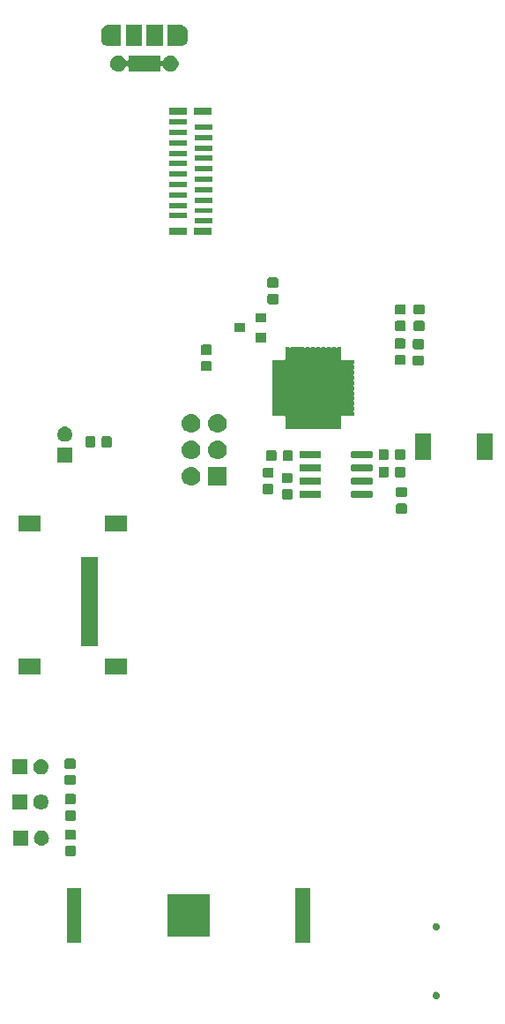
<source format=gbr>
G04 #@! TF.GenerationSoftware,KiCad,Pcbnew,5.1.2-f72e74a~84~ubuntu18.04.1*
G04 #@! TF.CreationDate,2019-07-18T11:25:25-04:00*
G04 #@! TF.ProjectId,Joe,4a6f652e-6b69-4636-9164-5f7063625858,rev?*
G04 #@! TF.SameCoordinates,Original*
G04 #@! TF.FileFunction,Soldermask,Top*
G04 #@! TF.FilePolarity,Negative*
%FSLAX46Y46*%
G04 Gerber Fmt 4.6, Leading zero omitted, Abs format (unit mm)*
G04 Created by KiCad (PCBNEW 5.1.2-f72e74a~84~ubuntu18.04.1) date 2019-07-18 11:25:25*
%MOMM*%
%LPD*%
G04 APERTURE LIST*
%ADD10C,0.100000*%
G04 APERTURE END LIST*
D10*
G36*
X-7694017Y-48644089D02*
G01*
X-7694014Y-48644090D01*
X-7694015Y-48644090D01*
X-7630142Y-48670546D01*
X-7572652Y-48708960D01*
X-7523760Y-48757852D01*
X-7485346Y-48815342D01*
X-7463776Y-48867418D01*
X-7458889Y-48879217D01*
X-7445400Y-48947030D01*
X-7445400Y-49016170D01*
X-7458889Y-49083983D01*
X-7458890Y-49083985D01*
X-7485346Y-49147858D01*
X-7523760Y-49205348D01*
X-7572652Y-49254240D01*
X-7630142Y-49292654D01*
X-7682218Y-49314224D01*
X-7694017Y-49319111D01*
X-7761830Y-49332600D01*
X-7830970Y-49332600D01*
X-7898783Y-49319111D01*
X-7910582Y-49314224D01*
X-7962658Y-49292654D01*
X-8020148Y-49254240D01*
X-8069040Y-49205348D01*
X-8107454Y-49147858D01*
X-8133910Y-49083985D01*
X-8133911Y-49083983D01*
X-8147400Y-49016170D01*
X-8147400Y-48947030D01*
X-8133911Y-48879217D01*
X-8129024Y-48867418D01*
X-8107454Y-48815342D01*
X-8069040Y-48757852D01*
X-8020148Y-48708960D01*
X-7962658Y-48670546D01*
X-7898785Y-48644090D01*
X-7898786Y-48644090D01*
X-7898783Y-48644089D01*
X-7830970Y-48630600D01*
X-7761830Y-48630600D01*
X-7694017Y-48644089D01*
X-7694017Y-48644089D01*
G37*
G36*
X-19914400Y-43891400D02*
G01*
X-21286400Y-43891400D01*
X-21286400Y-38709400D01*
X-19914400Y-38709400D01*
X-19914400Y-43891400D01*
X-19914400Y-43891400D01*
G37*
G36*
X-41884400Y-43891400D02*
G01*
X-43256400Y-43891400D01*
X-43256400Y-38709400D01*
X-41884400Y-38709400D01*
X-41884400Y-43891400D01*
X-41884400Y-43891400D01*
G37*
G36*
X-29554400Y-43331400D02*
G01*
X-33616400Y-43331400D01*
X-33616400Y-39269400D01*
X-29554400Y-39269400D01*
X-29554400Y-43331400D01*
X-29554400Y-43331400D01*
G37*
G36*
X-7694017Y-42044089D02*
G01*
X-7694014Y-42044090D01*
X-7694015Y-42044090D01*
X-7630142Y-42070546D01*
X-7572652Y-42108960D01*
X-7523760Y-42157852D01*
X-7485346Y-42215342D01*
X-7463776Y-42267418D01*
X-7458889Y-42279217D01*
X-7445400Y-42347030D01*
X-7445400Y-42416170D01*
X-7458889Y-42483983D01*
X-7458890Y-42483985D01*
X-7485346Y-42547858D01*
X-7523760Y-42605348D01*
X-7572652Y-42654240D01*
X-7630142Y-42692654D01*
X-7682218Y-42714224D01*
X-7694017Y-42719111D01*
X-7761830Y-42732600D01*
X-7830970Y-42732600D01*
X-7898783Y-42719111D01*
X-7910582Y-42714224D01*
X-7962658Y-42692654D01*
X-8020148Y-42654240D01*
X-8069040Y-42605348D01*
X-8107454Y-42547858D01*
X-8133910Y-42483985D01*
X-8133911Y-42483983D01*
X-8147400Y-42416170D01*
X-8147400Y-42347030D01*
X-8133911Y-42279217D01*
X-8129024Y-42267418D01*
X-8107454Y-42215342D01*
X-8069040Y-42157852D01*
X-8020148Y-42108960D01*
X-7962658Y-42070546D01*
X-7898785Y-42044090D01*
X-7898786Y-42044090D01*
X-7898783Y-42044089D01*
X-7830970Y-42030600D01*
X-7761830Y-42030600D01*
X-7694017Y-42044089D01*
X-7694017Y-42044089D01*
G37*
G36*
X-42546409Y-34643885D02*
G01*
X-42512431Y-34654193D01*
X-42481110Y-34670934D01*
X-42453661Y-34693461D01*
X-42431134Y-34720910D01*
X-42414393Y-34752231D01*
X-42404085Y-34786209D01*
X-42400000Y-34827690D01*
X-42400000Y-35428910D01*
X-42404085Y-35470391D01*
X-42414393Y-35504369D01*
X-42431134Y-35535690D01*
X-42453661Y-35563139D01*
X-42481110Y-35585666D01*
X-42512431Y-35602407D01*
X-42546409Y-35612715D01*
X-42587890Y-35616800D01*
X-43264110Y-35616800D01*
X-43305591Y-35612715D01*
X-43339569Y-35602407D01*
X-43370890Y-35585666D01*
X-43398339Y-35563139D01*
X-43420866Y-35535690D01*
X-43437607Y-35504369D01*
X-43447915Y-35470391D01*
X-43452000Y-35428910D01*
X-43452000Y-34827690D01*
X-43447915Y-34786209D01*
X-43437607Y-34752231D01*
X-43420866Y-34720910D01*
X-43398339Y-34693461D01*
X-43370890Y-34670934D01*
X-43339569Y-34654193D01*
X-43305591Y-34643885D01*
X-43264110Y-34639800D01*
X-42587890Y-34639800D01*
X-42546409Y-34643885D01*
X-42546409Y-34643885D01*
G37*
G36*
X-45629987Y-33161102D02*
G01*
X-45558879Y-33168105D01*
X-45422028Y-33209619D01*
X-45422025Y-33209620D01*
X-45295906Y-33277032D01*
X-45185357Y-33367757D01*
X-45094632Y-33478306D01*
X-45027220Y-33604425D01*
X-45027219Y-33604428D01*
X-44985705Y-33741279D01*
X-44971688Y-33883600D01*
X-44985705Y-34025921D01*
X-44989283Y-34037715D01*
X-45027220Y-34162775D01*
X-45094632Y-34288894D01*
X-45185357Y-34399443D01*
X-45295906Y-34490168D01*
X-45422025Y-34557580D01*
X-45422028Y-34557581D01*
X-45558879Y-34599095D01*
X-45629987Y-34606098D01*
X-45665540Y-34609600D01*
X-45736860Y-34609600D01*
X-45772413Y-34606098D01*
X-45843521Y-34599095D01*
X-45980372Y-34557581D01*
X-45980375Y-34557580D01*
X-46106494Y-34490168D01*
X-46217043Y-34399443D01*
X-46307768Y-34288894D01*
X-46375180Y-34162775D01*
X-46413117Y-34037715D01*
X-46416695Y-34025921D01*
X-46430712Y-33883600D01*
X-46416695Y-33741279D01*
X-46375181Y-33604428D01*
X-46375180Y-33604425D01*
X-46307768Y-33478306D01*
X-46217043Y-33367757D01*
X-46106494Y-33277032D01*
X-45980375Y-33209620D01*
X-45980372Y-33209619D01*
X-45843521Y-33168105D01*
X-45772413Y-33161102D01*
X-45736860Y-33157600D01*
X-45665540Y-33157600D01*
X-45629987Y-33161102D01*
X-45629987Y-33161102D01*
G37*
G36*
X-46975200Y-34609600D02*
G01*
X-48427200Y-34609600D01*
X-48427200Y-33157600D01*
X-46975200Y-33157600D01*
X-46975200Y-34609600D01*
X-46975200Y-34609600D01*
G37*
G36*
X-42546409Y-33068885D02*
G01*
X-42512431Y-33079193D01*
X-42481110Y-33095934D01*
X-42453661Y-33118461D01*
X-42431134Y-33145910D01*
X-42414393Y-33177231D01*
X-42404085Y-33211209D01*
X-42400000Y-33252690D01*
X-42400000Y-33853910D01*
X-42404085Y-33895391D01*
X-42414393Y-33929369D01*
X-42431134Y-33960690D01*
X-42453661Y-33988139D01*
X-42481110Y-34010666D01*
X-42512431Y-34027407D01*
X-42546409Y-34037715D01*
X-42587890Y-34041800D01*
X-43264110Y-34041800D01*
X-43305591Y-34037715D01*
X-43339569Y-34027407D01*
X-43370890Y-34010666D01*
X-43398339Y-33988139D01*
X-43420866Y-33960690D01*
X-43437607Y-33929369D01*
X-43447915Y-33895391D01*
X-43452000Y-33853910D01*
X-43452000Y-33252690D01*
X-43447915Y-33211209D01*
X-43437607Y-33177231D01*
X-43420866Y-33145910D01*
X-43398339Y-33118461D01*
X-43370890Y-33095934D01*
X-43339569Y-33079193D01*
X-43305591Y-33068885D01*
X-43264110Y-33064800D01*
X-42587890Y-33064800D01*
X-42546409Y-33068885D01*
X-42546409Y-33068885D01*
G37*
G36*
X-42546409Y-31240285D02*
G01*
X-42512431Y-31250593D01*
X-42481110Y-31267334D01*
X-42453661Y-31289861D01*
X-42431134Y-31317310D01*
X-42414393Y-31348631D01*
X-42404085Y-31382609D01*
X-42400000Y-31424090D01*
X-42400000Y-32025310D01*
X-42404085Y-32066791D01*
X-42414393Y-32100769D01*
X-42431134Y-32132090D01*
X-42453661Y-32159539D01*
X-42481110Y-32182066D01*
X-42512431Y-32198807D01*
X-42546409Y-32209115D01*
X-42587890Y-32213200D01*
X-43264110Y-32213200D01*
X-43305591Y-32209115D01*
X-43339569Y-32198807D01*
X-43370890Y-32182066D01*
X-43398339Y-32159539D01*
X-43420866Y-32132090D01*
X-43437607Y-32100769D01*
X-43447915Y-32066791D01*
X-43452000Y-32025310D01*
X-43452000Y-31424090D01*
X-43447915Y-31382609D01*
X-43437607Y-31348631D01*
X-43420866Y-31317310D01*
X-43398339Y-31289861D01*
X-43370890Y-31267334D01*
X-43339569Y-31250593D01*
X-43305591Y-31240285D01*
X-43264110Y-31236200D01*
X-42587890Y-31236200D01*
X-42546409Y-31240285D01*
X-42546409Y-31240285D01*
G37*
G36*
X-45680787Y-29706702D02*
G01*
X-45609679Y-29713705D01*
X-45515383Y-29742310D01*
X-45472825Y-29755220D01*
X-45346706Y-29822632D01*
X-45236157Y-29913357D01*
X-45145432Y-30023906D01*
X-45078020Y-30150025D01*
X-45078019Y-30150028D01*
X-45036505Y-30286879D01*
X-45022488Y-30429200D01*
X-45036505Y-30571521D01*
X-45078019Y-30708372D01*
X-45078020Y-30708375D01*
X-45145432Y-30834494D01*
X-45236157Y-30945043D01*
X-45346706Y-31035768D01*
X-45472825Y-31103180D01*
X-45472828Y-31103181D01*
X-45609679Y-31144695D01*
X-45680787Y-31151698D01*
X-45716340Y-31155200D01*
X-45787660Y-31155200D01*
X-45823213Y-31151698D01*
X-45894321Y-31144695D01*
X-46031172Y-31103181D01*
X-46031175Y-31103180D01*
X-46157294Y-31035768D01*
X-46267843Y-30945043D01*
X-46358568Y-30834494D01*
X-46425980Y-30708375D01*
X-46425981Y-30708372D01*
X-46467495Y-30571521D01*
X-46481512Y-30429200D01*
X-46467495Y-30286879D01*
X-46425981Y-30150028D01*
X-46425980Y-30150025D01*
X-46358568Y-30023906D01*
X-46267843Y-29913357D01*
X-46157294Y-29822632D01*
X-46031175Y-29755220D01*
X-45988617Y-29742310D01*
X-45894321Y-29713705D01*
X-45823213Y-29706702D01*
X-45787660Y-29703200D01*
X-45716340Y-29703200D01*
X-45680787Y-29706702D01*
X-45680787Y-29706702D01*
G37*
G36*
X-47026000Y-31155200D02*
G01*
X-48478000Y-31155200D01*
X-48478000Y-29703200D01*
X-47026000Y-29703200D01*
X-47026000Y-31155200D01*
X-47026000Y-31155200D01*
G37*
G36*
X-42546409Y-29665285D02*
G01*
X-42512431Y-29675593D01*
X-42481110Y-29692334D01*
X-42453661Y-29714861D01*
X-42431134Y-29742310D01*
X-42414393Y-29773631D01*
X-42404085Y-29807609D01*
X-42400000Y-29849090D01*
X-42400000Y-30450310D01*
X-42404085Y-30491791D01*
X-42414393Y-30525769D01*
X-42431134Y-30557090D01*
X-42453661Y-30584539D01*
X-42481110Y-30607066D01*
X-42512431Y-30623807D01*
X-42546409Y-30634115D01*
X-42587890Y-30638200D01*
X-43264110Y-30638200D01*
X-43305591Y-30634115D01*
X-43339569Y-30623807D01*
X-43370890Y-30607066D01*
X-43398339Y-30584539D01*
X-43420866Y-30557090D01*
X-43437607Y-30525769D01*
X-43447915Y-30491791D01*
X-43452000Y-30450310D01*
X-43452000Y-29849090D01*
X-43447915Y-29807609D01*
X-43437607Y-29773631D01*
X-43420866Y-29742310D01*
X-43398339Y-29714861D01*
X-43370890Y-29692334D01*
X-43339569Y-29675593D01*
X-43305591Y-29665285D01*
X-43264110Y-29661200D01*
X-42587890Y-29661200D01*
X-42546409Y-29665285D01*
X-42546409Y-29665285D01*
G37*
G36*
X-42571809Y-27836785D02*
G01*
X-42537831Y-27847093D01*
X-42506510Y-27863834D01*
X-42479061Y-27886361D01*
X-42456534Y-27913810D01*
X-42439793Y-27945131D01*
X-42429485Y-27979109D01*
X-42425400Y-28020590D01*
X-42425400Y-28621810D01*
X-42429485Y-28663291D01*
X-42439793Y-28697269D01*
X-42456534Y-28728590D01*
X-42479061Y-28756039D01*
X-42506510Y-28778566D01*
X-42537831Y-28795307D01*
X-42571809Y-28805615D01*
X-42613290Y-28809700D01*
X-43289510Y-28809700D01*
X-43330991Y-28805615D01*
X-43364969Y-28795307D01*
X-43396290Y-28778566D01*
X-43423739Y-28756039D01*
X-43446266Y-28728590D01*
X-43463007Y-28697269D01*
X-43473315Y-28663291D01*
X-43477400Y-28621810D01*
X-43477400Y-28020590D01*
X-43473315Y-27979109D01*
X-43463007Y-27945131D01*
X-43446266Y-27913810D01*
X-43423739Y-27886361D01*
X-43396290Y-27863834D01*
X-43364969Y-27847093D01*
X-43330991Y-27836785D01*
X-43289510Y-27832700D01*
X-42613290Y-27832700D01*
X-42571809Y-27836785D01*
X-42571809Y-27836785D01*
G37*
G36*
X-45680787Y-26328502D02*
G01*
X-45609679Y-26335505D01*
X-45472828Y-26377019D01*
X-45472825Y-26377020D01*
X-45346706Y-26444432D01*
X-45236157Y-26535157D01*
X-45145432Y-26645706D01*
X-45078020Y-26771825D01*
X-45078019Y-26771828D01*
X-45036505Y-26908679D01*
X-45022488Y-27051000D01*
X-45036505Y-27193321D01*
X-45078019Y-27330172D01*
X-45078020Y-27330175D01*
X-45145432Y-27456294D01*
X-45236157Y-27566843D01*
X-45346706Y-27657568D01*
X-45472825Y-27724980D01*
X-45472828Y-27724981D01*
X-45609679Y-27766495D01*
X-45680787Y-27773498D01*
X-45716340Y-27777000D01*
X-45787660Y-27777000D01*
X-45823213Y-27773498D01*
X-45894321Y-27766495D01*
X-46031172Y-27724981D01*
X-46031175Y-27724980D01*
X-46157294Y-27657568D01*
X-46267843Y-27566843D01*
X-46358568Y-27456294D01*
X-46425980Y-27330175D01*
X-46425981Y-27330172D01*
X-46467495Y-27193321D01*
X-46481512Y-27051000D01*
X-46467495Y-26908679D01*
X-46425981Y-26771828D01*
X-46425980Y-26771825D01*
X-46358568Y-26645706D01*
X-46267843Y-26535157D01*
X-46157294Y-26444432D01*
X-46031175Y-26377020D01*
X-46031172Y-26377019D01*
X-45894321Y-26335505D01*
X-45823213Y-26328502D01*
X-45787660Y-26325000D01*
X-45716340Y-26325000D01*
X-45680787Y-26328502D01*
X-45680787Y-26328502D01*
G37*
G36*
X-47026000Y-27777000D02*
G01*
X-48478000Y-27777000D01*
X-48478000Y-26325000D01*
X-47026000Y-26325000D01*
X-47026000Y-27777000D01*
X-47026000Y-27777000D01*
G37*
G36*
X-42571809Y-26261785D02*
G01*
X-42537831Y-26272093D01*
X-42506510Y-26288834D01*
X-42479061Y-26311361D01*
X-42456534Y-26338810D01*
X-42439793Y-26370131D01*
X-42429485Y-26404109D01*
X-42425400Y-26445590D01*
X-42425400Y-27046810D01*
X-42429485Y-27088291D01*
X-42439793Y-27122269D01*
X-42456534Y-27153590D01*
X-42479061Y-27181039D01*
X-42506510Y-27203566D01*
X-42537831Y-27220307D01*
X-42571809Y-27230615D01*
X-42613290Y-27234700D01*
X-43289510Y-27234700D01*
X-43330991Y-27230615D01*
X-43364969Y-27220307D01*
X-43396290Y-27203566D01*
X-43423739Y-27181039D01*
X-43446266Y-27153590D01*
X-43463007Y-27122269D01*
X-43473315Y-27088291D01*
X-43477400Y-27046810D01*
X-43477400Y-26445590D01*
X-43473315Y-26404109D01*
X-43463007Y-26370131D01*
X-43446266Y-26338810D01*
X-43423739Y-26311361D01*
X-43396290Y-26288834D01*
X-43364969Y-26272093D01*
X-43330991Y-26261785D01*
X-43289510Y-26257700D01*
X-42613290Y-26257700D01*
X-42571809Y-26261785D01*
X-42571809Y-26261785D01*
G37*
G36*
X-37471000Y-18217400D02*
G01*
X-39573000Y-18217400D01*
X-39573000Y-16665400D01*
X-37471000Y-16665400D01*
X-37471000Y-18217400D01*
X-37471000Y-18217400D01*
G37*
G36*
X-45771000Y-18217400D02*
G01*
X-47873000Y-18217400D01*
X-47873000Y-16665400D01*
X-45771000Y-16665400D01*
X-45771000Y-18217400D01*
X-45771000Y-18217400D01*
G37*
G36*
X-40321000Y-15517400D02*
G01*
X-41923000Y-15517400D01*
X-41923000Y-6915400D01*
X-40321000Y-6915400D01*
X-40321000Y-15517400D01*
X-40321000Y-15517400D01*
G37*
G36*
X-37471000Y-4467400D02*
G01*
X-39573000Y-4467400D01*
X-39573000Y-2915400D01*
X-37471000Y-2915400D01*
X-37471000Y-4467400D01*
X-37471000Y-4467400D01*
G37*
G36*
X-45771000Y-4467400D02*
G01*
X-47873000Y-4467400D01*
X-47873000Y-2915400D01*
X-45771000Y-2915400D01*
X-45771000Y-4467400D01*
X-45771000Y-4467400D01*
G37*
G36*
X-10745609Y-1801585D02*
G01*
X-10711631Y-1811893D01*
X-10680310Y-1828634D01*
X-10652861Y-1851161D01*
X-10630334Y-1878610D01*
X-10613593Y-1909931D01*
X-10603285Y-1943909D01*
X-10599200Y-1985390D01*
X-10599200Y-2586610D01*
X-10603285Y-2628091D01*
X-10613593Y-2662069D01*
X-10630334Y-2693390D01*
X-10652861Y-2720839D01*
X-10680310Y-2743366D01*
X-10711631Y-2760107D01*
X-10745609Y-2770415D01*
X-10787090Y-2774500D01*
X-11463310Y-2774500D01*
X-11504791Y-2770415D01*
X-11538769Y-2760107D01*
X-11570090Y-2743366D01*
X-11597539Y-2720839D01*
X-11620066Y-2693390D01*
X-11636807Y-2662069D01*
X-11647115Y-2628091D01*
X-11651200Y-2586610D01*
X-11651200Y-1985390D01*
X-11647115Y-1943909D01*
X-11636807Y-1909931D01*
X-11620066Y-1878610D01*
X-11597539Y-1851161D01*
X-11570090Y-1828634D01*
X-11538769Y-1811893D01*
X-11504791Y-1801585D01*
X-11463310Y-1797500D01*
X-10787090Y-1797500D01*
X-10745609Y-1801585D01*
X-10745609Y-1801585D01*
G37*
G36*
X-21718409Y-430185D02*
G01*
X-21684431Y-440493D01*
X-21653110Y-457234D01*
X-21625661Y-479761D01*
X-21603134Y-507210D01*
X-21586393Y-538531D01*
X-21576085Y-572509D01*
X-21572000Y-613990D01*
X-21572000Y-1215210D01*
X-21576085Y-1256691D01*
X-21586393Y-1290669D01*
X-21603134Y-1321990D01*
X-21625661Y-1349439D01*
X-21653110Y-1371966D01*
X-21684431Y-1388707D01*
X-21718409Y-1399015D01*
X-21759890Y-1403100D01*
X-22436110Y-1403100D01*
X-22477591Y-1399015D01*
X-22511569Y-1388707D01*
X-22542890Y-1371966D01*
X-22570339Y-1349439D01*
X-22592866Y-1321990D01*
X-22609607Y-1290669D01*
X-22619915Y-1256691D01*
X-22624000Y-1215210D01*
X-22624000Y-613990D01*
X-22619915Y-572509D01*
X-22609607Y-538531D01*
X-22592866Y-507210D01*
X-22570339Y-479761D01*
X-22542890Y-457234D01*
X-22511569Y-440493D01*
X-22477591Y-430185D01*
X-22436110Y-426100D01*
X-21759890Y-426100D01*
X-21718409Y-430185D01*
X-21718409Y-430185D01*
G37*
G36*
X-14000272Y-566164D02*
G01*
X-13979191Y-572560D01*
X-13959755Y-582948D01*
X-13942724Y-596924D01*
X-13928748Y-613955D01*
X-13918360Y-633391D01*
X-13911964Y-654472D01*
X-13909200Y-682540D01*
X-13909200Y-1146260D01*
X-13911964Y-1174328D01*
X-13918360Y-1195409D01*
X-13928748Y-1214845D01*
X-13942724Y-1231876D01*
X-13959755Y-1245852D01*
X-13979191Y-1256240D01*
X-14000272Y-1262636D01*
X-14028340Y-1265400D01*
X-15842060Y-1265400D01*
X-15870128Y-1262636D01*
X-15891209Y-1256240D01*
X-15910645Y-1245852D01*
X-15927676Y-1231876D01*
X-15941652Y-1214845D01*
X-15952040Y-1195409D01*
X-15958436Y-1174328D01*
X-15961200Y-1146260D01*
X-15961200Y-682540D01*
X-15958436Y-654472D01*
X-15952040Y-633391D01*
X-15941652Y-613955D01*
X-15927676Y-596924D01*
X-15910645Y-582948D01*
X-15891209Y-572560D01*
X-15870128Y-566164D01*
X-15842060Y-563400D01*
X-14028340Y-563400D01*
X-14000272Y-566164D01*
X-14000272Y-566164D01*
G37*
G36*
X-18950272Y-566164D02*
G01*
X-18929191Y-572560D01*
X-18909755Y-582948D01*
X-18892724Y-596924D01*
X-18878748Y-613955D01*
X-18868360Y-633391D01*
X-18861964Y-654472D01*
X-18859200Y-682540D01*
X-18859200Y-1146260D01*
X-18861964Y-1174328D01*
X-18868360Y-1195409D01*
X-18878748Y-1214845D01*
X-18892724Y-1231876D01*
X-18909755Y-1245852D01*
X-18929191Y-1256240D01*
X-18950272Y-1262636D01*
X-18978340Y-1265400D01*
X-20792060Y-1265400D01*
X-20820128Y-1262636D01*
X-20841209Y-1256240D01*
X-20860645Y-1245852D01*
X-20877676Y-1231876D01*
X-20891652Y-1214845D01*
X-20902040Y-1195409D01*
X-20908436Y-1174328D01*
X-20911200Y-1146260D01*
X-20911200Y-682540D01*
X-20908436Y-654472D01*
X-20902040Y-633391D01*
X-20891652Y-613955D01*
X-20877676Y-596924D01*
X-20860645Y-582948D01*
X-20841209Y-572560D01*
X-20820128Y-566164D01*
X-20792060Y-563400D01*
X-18978340Y-563400D01*
X-18950272Y-566164D01*
X-18950272Y-566164D01*
G37*
G36*
X-10745609Y-226585D02*
G01*
X-10711631Y-236893D01*
X-10680310Y-253634D01*
X-10652861Y-276161D01*
X-10630334Y-303610D01*
X-10613593Y-334931D01*
X-10603285Y-368909D01*
X-10599200Y-410390D01*
X-10599200Y-1011610D01*
X-10603285Y-1053091D01*
X-10613593Y-1087069D01*
X-10630334Y-1118390D01*
X-10652861Y-1145839D01*
X-10680310Y-1168366D01*
X-10711631Y-1185107D01*
X-10745609Y-1195415D01*
X-10787090Y-1199500D01*
X-11463310Y-1199500D01*
X-11504791Y-1195415D01*
X-11538769Y-1185107D01*
X-11570090Y-1168366D01*
X-11597539Y-1145839D01*
X-11620066Y-1118390D01*
X-11636807Y-1087069D01*
X-11647115Y-1053091D01*
X-11651200Y-1011610D01*
X-11651200Y-410390D01*
X-11647115Y-368909D01*
X-11636807Y-334931D01*
X-11620066Y-303610D01*
X-11597539Y-276161D01*
X-11570090Y-253634D01*
X-11538769Y-236893D01*
X-11504791Y-226585D01*
X-11463310Y-222500D01*
X-10787090Y-222500D01*
X-10745609Y-226585D01*
X-10745609Y-226585D01*
G37*
G36*
X-23547209Y77815D02*
G01*
X-23513231Y67507D01*
X-23481910Y50766D01*
X-23454461Y28239D01*
X-23431934Y790D01*
X-23415193Y-30531D01*
X-23404885Y-64509D01*
X-23400800Y-105990D01*
X-23400800Y-707210D01*
X-23404885Y-748691D01*
X-23415193Y-782669D01*
X-23431934Y-813990D01*
X-23454461Y-841439D01*
X-23481910Y-863966D01*
X-23513231Y-880707D01*
X-23547209Y-891015D01*
X-23588690Y-895100D01*
X-24264910Y-895100D01*
X-24306391Y-891015D01*
X-24340369Y-880707D01*
X-24371690Y-863966D01*
X-24399139Y-841439D01*
X-24421666Y-813990D01*
X-24438407Y-782669D01*
X-24448715Y-748691D01*
X-24452800Y-707210D01*
X-24452800Y-105990D01*
X-24448715Y-64509D01*
X-24438407Y-30531D01*
X-24421666Y790D01*
X-24399139Y28239D01*
X-24371690Y50766D01*
X-24340369Y67507D01*
X-24306391Y77815D01*
X-24264910Y81900D01*
X-23588690Y81900D01*
X-23547209Y77815D01*
X-23547209Y77815D01*
G37*
G36*
X-31233157Y1707281D02*
G01*
X-31166973Y1700763D01*
X-30997134Y1649243D01*
X-30997132Y1649242D01*
X-30953212Y1625766D01*
X-30840609Y1565578D01*
X-30814888Y1544469D01*
X-30703414Y1452986D01*
X-30621028Y1352597D01*
X-30590822Y1315791D01*
X-30507157Y1159266D01*
X-30455637Y989427D01*
X-30438241Y812800D01*
X-30455637Y636173D01*
X-30507157Y466334D01*
X-30590822Y309809D01*
X-30614915Y280452D01*
X-30703414Y172614D01*
X-30804871Y89352D01*
X-30840609Y60022D01*
X-30997134Y-23643D01*
X-31166973Y-75163D01*
X-31233157Y-81681D01*
X-31299340Y-88200D01*
X-31387860Y-88200D01*
X-31454043Y-81681D01*
X-31520227Y-75163D01*
X-31690066Y-23643D01*
X-31846591Y60022D01*
X-31882329Y89352D01*
X-31983786Y172614D01*
X-32072285Y280452D01*
X-32096378Y309809D01*
X-32180043Y466334D01*
X-32231563Y636173D01*
X-32248959Y812800D01*
X-32231563Y989427D01*
X-32180043Y1159266D01*
X-32096378Y1315791D01*
X-32066172Y1352597D01*
X-31983786Y1452986D01*
X-31872312Y1544469D01*
X-31846591Y1565578D01*
X-31733988Y1625766D01*
X-31690068Y1649242D01*
X-31690066Y1649243D01*
X-31520227Y1700763D01*
X-31454042Y1707282D01*
X-31387860Y1713800D01*
X-31299340Y1713800D01*
X-31233157Y1707281D01*
X-31233157Y1707281D01*
G37*
G36*
X-27902600Y-88200D02*
G01*
X-29704600Y-88200D01*
X-29704600Y1713800D01*
X-27902600Y1713800D01*
X-27902600Y-88200D01*
X-27902600Y-88200D01*
G37*
G36*
X-18950272Y703836D02*
G01*
X-18929191Y697440D01*
X-18909755Y687052D01*
X-18892724Y673076D01*
X-18878748Y656045D01*
X-18868360Y636609D01*
X-18861964Y615528D01*
X-18859200Y587460D01*
X-18859200Y123740D01*
X-18861964Y95672D01*
X-18868360Y74591D01*
X-18878748Y55155D01*
X-18892724Y38124D01*
X-18909755Y24148D01*
X-18929191Y13760D01*
X-18950272Y7364D01*
X-18978340Y4600D01*
X-20792060Y4600D01*
X-20820128Y7364D01*
X-20841209Y13760D01*
X-20860645Y24148D01*
X-20877676Y38124D01*
X-20891652Y55155D01*
X-20902040Y74591D01*
X-20908436Y95672D01*
X-20911200Y123740D01*
X-20911200Y587460D01*
X-20908436Y615528D01*
X-20902040Y636609D01*
X-20891652Y656045D01*
X-20877676Y673076D01*
X-20860645Y687052D01*
X-20841209Y697440D01*
X-20820128Y703836D01*
X-20792060Y706600D01*
X-18978340Y706600D01*
X-18950272Y703836D01*
X-18950272Y703836D01*
G37*
G36*
X-14000272Y703836D02*
G01*
X-13979191Y697440D01*
X-13959755Y687052D01*
X-13942724Y673076D01*
X-13928748Y656045D01*
X-13918360Y636609D01*
X-13911964Y615528D01*
X-13909200Y587460D01*
X-13909200Y123740D01*
X-13911964Y95672D01*
X-13918360Y74591D01*
X-13928748Y55155D01*
X-13942724Y38124D01*
X-13959755Y24148D01*
X-13979191Y13760D01*
X-14000272Y7364D01*
X-14028340Y4600D01*
X-15842060Y4600D01*
X-15870128Y7364D01*
X-15891209Y13760D01*
X-15910645Y24148D01*
X-15927676Y38124D01*
X-15941652Y55155D01*
X-15952040Y74591D01*
X-15958436Y95672D01*
X-15961200Y123740D01*
X-15961200Y587460D01*
X-15958436Y615528D01*
X-15952040Y636609D01*
X-15941652Y656045D01*
X-15927676Y673076D01*
X-15910645Y687052D01*
X-15891209Y697440D01*
X-15870128Y703836D01*
X-15842060Y706600D01*
X-14028340Y706600D01*
X-14000272Y703836D01*
X-14000272Y703836D01*
G37*
G36*
X-21718409Y1144815D02*
G01*
X-21684431Y1134507D01*
X-21653110Y1117766D01*
X-21625661Y1095239D01*
X-21603134Y1067790D01*
X-21586393Y1036469D01*
X-21576085Y1002491D01*
X-21572000Y961010D01*
X-21572000Y359790D01*
X-21576085Y318309D01*
X-21586393Y284331D01*
X-21603134Y253010D01*
X-21625661Y225561D01*
X-21653110Y203034D01*
X-21684431Y186293D01*
X-21718409Y175985D01*
X-21759890Y171900D01*
X-22436110Y171900D01*
X-22477591Y175985D01*
X-22511569Y186293D01*
X-22542890Y203034D01*
X-22570339Y225561D01*
X-22592866Y253010D01*
X-22609607Y284331D01*
X-22619915Y318309D01*
X-22624000Y359790D01*
X-22624000Y961010D01*
X-22619915Y1002491D01*
X-22609607Y1036469D01*
X-22592866Y1067790D01*
X-22570339Y1095239D01*
X-22542890Y1117766D01*
X-22511569Y1134507D01*
X-22477591Y1144815D01*
X-22436110Y1148900D01*
X-21759890Y1148900D01*
X-21718409Y1144815D01*
X-21718409Y1144815D01*
G37*
G36*
X-23547209Y1652815D02*
G01*
X-23513231Y1642507D01*
X-23481910Y1625766D01*
X-23454461Y1603239D01*
X-23431934Y1575790D01*
X-23415193Y1544469D01*
X-23404885Y1510491D01*
X-23400800Y1469010D01*
X-23400800Y867790D01*
X-23404885Y826309D01*
X-23415193Y792331D01*
X-23431934Y761010D01*
X-23454461Y733561D01*
X-23481910Y711034D01*
X-23513231Y694293D01*
X-23547209Y683985D01*
X-23588690Y679900D01*
X-24264910Y679900D01*
X-24306391Y683985D01*
X-24340369Y694293D01*
X-24371690Y711034D01*
X-24399139Y733561D01*
X-24421666Y761010D01*
X-24438407Y792331D01*
X-24448715Y826309D01*
X-24452800Y867790D01*
X-24452800Y1469010D01*
X-24448715Y1510491D01*
X-24438407Y1544469D01*
X-24421666Y1575790D01*
X-24399139Y1603239D01*
X-24371690Y1625766D01*
X-24340369Y1642507D01*
X-24306391Y1652815D01*
X-24264910Y1656900D01*
X-23588690Y1656900D01*
X-23547209Y1652815D01*
X-23547209Y1652815D01*
G37*
G36*
X-10910009Y1741115D02*
G01*
X-10876031Y1730807D01*
X-10844710Y1714066D01*
X-10817261Y1691539D01*
X-10794734Y1664090D01*
X-10777993Y1632769D01*
X-10767685Y1598791D01*
X-10763600Y1557310D01*
X-10763600Y881090D01*
X-10767685Y839609D01*
X-10777993Y805631D01*
X-10794734Y774310D01*
X-10817261Y746861D01*
X-10844710Y724334D01*
X-10876031Y707593D01*
X-10910009Y697285D01*
X-10951490Y693200D01*
X-11552710Y693200D01*
X-11594191Y697285D01*
X-11628169Y707593D01*
X-11659490Y724334D01*
X-11686939Y746861D01*
X-11709466Y774310D01*
X-11726207Y805631D01*
X-11736515Y839609D01*
X-11740600Y881090D01*
X-11740600Y1557310D01*
X-11736515Y1598791D01*
X-11726207Y1632769D01*
X-11709466Y1664090D01*
X-11686939Y1691539D01*
X-11659490Y1714066D01*
X-11628169Y1730807D01*
X-11594191Y1741115D01*
X-11552710Y1745200D01*
X-10951490Y1745200D01*
X-10910009Y1741115D01*
X-10910009Y1741115D01*
G37*
G36*
X-12485009Y1741115D02*
G01*
X-12451031Y1730807D01*
X-12419710Y1714066D01*
X-12392261Y1691539D01*
X-12369734Y1664090D01*
X-12352993Y1632769D01*
X-12342685Y1598791D01*
X-12338600Y1557310D01*
X-12338600Y881090D01*
X-12342685Y839609D01*
X-12352993Y805631D01*
X-12369734Y774310D01*
X-12392261Y746861D01*
X-12419710Y724334D01*
X-12451031Y707593D01*
X-12485009Y697285D01*
X-12526490Y693200D01*
X-13127710Y693200D01*
X-13169191Y697285D01*
X-13203169Y707593D01*
X-13234490Y724334D01*
X-13261939Y746861D01*
X-13284466Y774310D01*
X-13301207Y805631D01*
X-13311515Y839609D01*
X-13315600Y881090D01*
X-13315600Y1557310D01*
X-13311515Y1598791D01*
X-13301207Y1632769D01*
X-13284466Y1664090D01*
X-13261939Y1691539D01*
X-13234490Y1714066D01*
X-13203169Y1730807D01*
X-13169191Y1741115D01*
X-13127710Y1745200D01*
X-12526490Y1745200D01*
X-12485009Y1741115D01*
X-12485009Y1741115D01*
G37*
G36*
X-14000272Y1973836D02*
G01*
X-13979191Y1967440D01*
X-13959755Y1957052D01*
X-13942724Y1943076D01*
X-13928748Y1926045D01*
X-13918360Y1906609D01*
X-13911964Y1885528D01*
X-13909200Y1857460D01*
X-13909200Y1393740D01*
X-13911964Y1365672D01*
X-13918360Y1344591D01*
X-13928748Y1325155D01*
X-13942724Y1308124D01*
X-13959755Y1294148D01*
X-13979191Y1283760D01*
X-14000272Y1277364D01*
X-14028340Y1274600D01*
X-15842060Y1274600D01*
X-15870128Y1277364D01*
X-15891209Y1283760D01*
X-15910645Y1294148D01*
X-15927676Y1308124D01*
X-15941652Y1325155D01*
X-15952040Y1344591D01*
X-15958436Y1365672D01*
X-15961200Y1393740D01*
X-15961200Y1857460D01*
X-15958436Y1885528D01*
X-15952040Y1906609D01*
X-15941652Y1926045D01*
X-15927676Y1943076D01*
X-15910645Y1957052D01*
X-15891209Y1967440D01*
X-15870128Y1973836D01*
X-15842060Y1976600D01*
X-14028340Y1976600D01*
X-14000272Y1973836D01*
X-14000272Y1973836D01*
G37*
G36*
X-18950272Y1973836D02*
G01*
X-18929191Y1967440D01*
X-18909755Y1957052D01*
X-18892724Y1943076D01*
X-18878748Y1926045D01*
X-18868360Y1906609D01*
X-18861964Y1885528D01*
X-18859200Y1857460D01*
X-18859200Y1393740D01*
X-18861964Y1365672D01*
X-18868360Y1344591D01*
X-18878748Y1325155D01*
X-18892724Y1308124D01*
X-18909755Y1294148D01*
X-18929191Y1283760D01*
X-18950272Y1277364D01*
X-18978340Y1274600D01*
X-20792060Y1274600D01*
X-20820128Y1277364D01*
X-20841209Y1283760D01*
X-20860645Y1294148D01*
X-20877676Y1308124D01*
X-20891652Y1325155D01*
X-20902040Y1344591D01*
X-20908436Y1365672D01*
X-20911200Y1393740D01*
X-20911200Y1857460D01*
X-20908436Y1885528D01*
X-20902040Y1906609D01*
X-20891652Y1926045D01*
X-20877676Y1943076D01*
X-20860645Y1957052D01*
X-20841209Y1967440D01*
X-20820128Y1973836D01*
X-20792060Y1976600D01*
X-18978340Y1976600D01*
X-18950272Y1973836D01*
X-18950272Y1973836D01*
G37*
G36*
X-42733400Y2118800D02*
G01*
X-44185400Y2118800D01*
X-44185400Y3570800D01*
X-42733400Y3570800D01*
X-42733400Y2118800D01*
X-42733400Y2118800D01*
G37*
G36*
X-21704909Y3315915D02*
G01*
X-21670931Y3305607D01*
X-21639610Y3288866D01*
X-21612161Y3266339D01*
X-21589634Y3238890D01*
X-21572893Y3207569D01*
X-21562585Y3173591D01*
X-21558500Y3132110D01*
X-21558500Y2455890D01*
X-21562585Y2414409D01*
X-21572893Y2380431D01*
X-21589634Y2349110D01*
X-21612161Y2321661D01*
X-21639610Y2299134D01*
X-21670931Y2282393D01*
X-21704909Y2272085D01*
X-21746390Y2268000D01*
X-22347610Y2268000D01*
X-22389091Y2272085D01*
X-22423069Y2282393D01*
X-22454390Y2299134D01*
X-22481839Y2321661D01*
X-22504366Y2349110D01*
X-22521107Y2380431D01*
X-22531415Y2414409D01*
X-22535500Y2455890D01*
X-22535500Y3132110D01*
X-22531415Y3173591D01*
X-22521107Y3207569D01*
X-22504366Y3238890D01*
X-22481839Y3266339D01*
X-22454390Y3288866D01*
X-22423069Y3305607D01*
X-22389091Y3315915D01*
X-22347610Y3320000D01*
X-21746390Y3320000D01*
X-21704909Y3315915D01*
X-21704909Y3315915D01*
G37*
G36*
X-23279909Y3315915D02*
G01*
X-23245931Y3305607D01*
X-23214610Y3288866D01*
X-23187161Y3266339D01*
X-23164634Y3238890D01*
X-23147893Y3207569D01*
X-23137585Y3173591D01*
X-23133500Y3132110D01*
X-23133500Y2455890D01*
X-23137585Y2414409D01*
X-23147893Y2380431D01*
X-23164634Y2349110D01*
X-23187161Y2321661D01*
X-23214610Y2299134D01*
X-23245931Y2282393D01*
X-23279909Y2272085D01*
X-23321390Y2268000D01*
X-23922610Y2268000D01*
X-23964091Y2272085D01*
X-23998069Y2282393D01*
X-24029390Y2299134D01*
X-24056839Y2321661D01*
X-24079366Y2349110D01*
X-24096107Y2380431D01*
X-24106415Y2414409D01*
X-24110500Y2455890D01*
X-24110500Y3132110D01*
X-24106415Y3173591D01*
X-24096107Y3207569D01*
X-24079366Y3238890D01*
X-24056839Y3266339D01*
X-24029390Y3288866D01*
X-23998069Y3305607D01*
X-23964091Y3315915D01*
X-23922610Y3320000D01*
X-23321390Y3320000D01*
X-23279909Y3315915D01*
X-23279909Y3315915D01*
G37*
G36*
X-10910009Y3417515D02*
G01*
X-10876031Y3407207D01*
X-10844710Y3390466D01*
X-10817261Y3367939D01*
X-10794734Y3340490D01*
X-10777993Y3309169D01*
X-10767685Y3275191D01*
X-10763600Y3233710D01*
X-10763600Y2557490D01*
X-10767685Y2516009D01*
X-10777993Y2482031D01*
X-10794734Y2450710D01*
X-10817261Y2423261D01*
X-10844710Y2400734D01*
X-10876031Y2383993D01*
X-10910009Y2373685D01*
X-10951490Y2369600D01*
X-11552710Y2369600D01*
X-11594191Y2373685D01*
X-11628169Y2383993D01*
X-11659490Y2400734D01*
X-11686939Y2423261D01*
X-11709466Y2450710D01*
X-11726207Y2482031D01*
X-11736515Y2516009D01*
X-11740600Y2557490D01*
X-11740600Y3233710D01*
X-11736515Y3275191D01*
X-11726207Y3309169D01*
X-11709466Y3340490D01*
X-11686939Y3367939D01*
X-11659490Y3390466D01*
X-11628169Y3407207D01*
X-11594191Y3417515D01*
X-11552710Y3421600D01*
X-10951490Y3421600D01*
X-10910009Y3417515D01*
X-10910009Y3417515D01*
G37*
G36*
X-12485009Y3417515D02*
G01*
X-12451031Y3407207D01*
X-12419710Y3390466D01*
X-12392261Y3367939D01*
X-12369734Y3340490D01*
X-12352993Y3309169D01*
X-12342685Y3275191D01*
X-12338600Y3233710D01*
X-12338600Y2557490D01*
X-12342685Y2516009D01*
X-12352993Y2482031D01*
X-12369734Y2450710D01*
X-12392261Y2423261D01*
X-12419710Y2400734D01*
X-12451031Y2383993D01*
X-12485009Y2373685D01*
X-12526490Y2369600D01*
X-13127710Y2369600D01*
X-13169191Y2373685D01*
X-13203169Y2383993D01*
X-13234490Y2400734D01*
X-13261939Y2423261D01*
X-13284466Y2450710D01*
X-13301207Y2482031D01*
X-13311515Y2516009D01*
X-13315600Y2557490D01*
X-13315600Y3233710D01*
X-13311515Y3275191D01*
X-13301207Y3309169D01*
X-13284466Y3340490D01*
X-13261939Y3367939D01*
X-13234490Y3390466D01*
X-13203169Y3407207D01*
X-13169191Y3417515D01*
X-13127710Y3421600D01*
X-12526490Y3421600D01*
X-12485009Y3417515D01*
X-12485009Y3417515D01*
G37*
G36*
X-2344600Y2406600D02*
G01*
X-3896600Y2406600D01*
X-3896600Y4908600D01*
X-2344600Y4908600D01*
X-2344600Y2406600D01*
X-2344600Y2406600D01*
G37*
G36*
X-8244600Y2406600D02*
G01*
X-9796600Y2406600D01*
X-9796600Y4908600D01*
X-8244600Y4908600D01*
X-8244600Y2406600D01*
X-8244600Y2406600D01*
G37*
G36*
X-28693157Y4247281D02*
G01*
X-28626973Y4240763D01*
X-28457134Y4189243D01*
X-28300609Y4105578D01*
X-28264871Y4076248D01*
X-28163414Y3992986D01*
X-28080152Y3891529D01*
X-28050822Y3855791D01*
X-27967157Y3699266D01*
X-27915637Y3529427D01*
X-27898241Y3352800D01*
X-27915637Y3176173D01*
X-27967157Y3006334D01*
X-28050822Y2849809D01*
X-28080152Y2814071D01*
X-28163414Y2712614D01*
X-28264871Y2629352D01*
X-28300609Y2600022D01*
X-28341577Y2578124D01*
X-28449607Y2520380D01*
X-28457134Y2516357D01*
X-28626973Y2464837D01*
X-28693157Y2458319D01*
X-28759340Y2451800D01*
X-28847860Y2451800D01*
X-28914043Y2458319D01*
X-28980227Y2464837D01*
X-29150066Y2516357D01*
X-29157592Y2520380D01*
X-29265623Y2578124D01*
X-29306591Y2600022D01*
X-29342329Y2629352D01*
X-29443786Y2712614D01*
X-29527048Y2814071D01*
X-29556378Y2849809D01*
X-29640043Y3006334D01*
X-29691563Y3176173D01*
X-29708959Y3352800D01*
X-29691563Y3529427D01*
X-29640043Y3699266D01*
X-29556378Y3855791D01*
X-29527048Y3891529D01*
X-29443786Y3992986D01*
X-29342329Y4076248D01*
X-29306591Y4105578D01*
X-29150066Y4189243D01*
X-28980227Y4240763D01*
X-28914043Y4247281D01*
X-28847860Y4253800D01*
X-28759340Y4253800D01*
X-28693157Y4247281D01*
X-28693157Y4247281D01*
G37*
G36*
X-31233157Y4247281D02*
G01*
X-31166973Y4240763D01*
X-30997134Y4189243D01*
X-30840609Y4105578D01*
X-30804871Y4076248D01*
X-30703414Y3992986D01*
X-30620152Y3891529D01*
X-30590822Y3855791D01*
X-30507157Y3699266D01*
X-30455637Y3529427D01*
X-30438241Y3352800D01*
X-30455637Y3176173D01*
X-30507157Y3006334D01*
X-30590822Y2849809D01*
X-30620152Y2814071D01*
X-30703414Y2712614D01*
X-30804871Y2629352D01*
X-30840609Y2600022D01*
X-30881577Y2578124D01*
X-30989607Y2520380D01*
X-30997134Y2516357D01*
X-31166973Y2464837D01*
X-31233157Y2458319D01*
X-31299340Y2451800D01*
X-31387860Y2451800D01*
X-31454043Y2458319D01*
X-31520227Y2464837D01*
X-31690066Y2516357D01*
X-31697592Y2520380D01*
X-31805623Y2578124D01*
X-31846591Y2600022D01*
X-31882329Y2629352D01*
X-31983786Y2712614D01*
X-32067048Y2814071D01*
X-32096378Y2849809D01*
X-32180043Y3006334D01*
X-32231563Y3176173D01*
X-32248959Y3352800D01*
X-32231563Y3529427D01*
X-32180043Y3699266D01*
X-32096378Y3855791D01*
X-32067048Y3891529D01*
X-31983786Y3992986D01*
X-31882329Y4076248D01*
X-31846591Y4105578D01*
X-31690066Y4189243D01*
X-31520227Y4240763D01*
X-31454043Y4247281D01*
X-31387860Y4253800D01*
X-31299340Y4253800D01*
X-31233157Y4247281D01*
X-31233157Y4247281D01*
G37*
G36*
X-14000272Y3243836D02*
G01*
X-13979191Y3237440D01*
X-13959755Y3227052D01*
X-13942724Y3213076D01*
X-13928748Y3196045D01*
X-13918360Y3176609D01*
X-13911964Y3155528D01*
X-13909200Y3127460D01*
X-13909200Y2663740D01*
X-13911964Y2635672D01*
X-13918360Y2614591D01*
X-13928748Y2595155D01*
X-13942724Y2578124D01*
X-13959755Y2564148D01*
X-13979191Y2553760D01*
X-14000272Y2547364D01*
X-14028340Y2544600D01*
X-15842060Y2544600D01*
X-15870128Y2547364D01*
X-15891209Y2553760D01*
X-15910645Y2564148D01*
X-15927676Y2578124D01*
X-15941652Y2595155D01*
X-15952040Y2614591D01*
X-15958436Y2635672D01*
X-15961200Y2663740D01*
X-15961200Y3127460D01*
X-15958436Y3155528D01*
X-15952040Y3176609D01*
X-15941652Y3196045D01*
X-15927676Y3213076D01*
X-15910645Y3227052D01*
X-15891209Y3237440D01*
X-15870128Y3243836D01*
X-15842060Y3246600D01*
X-14028340Y3246600D01*
X-14000272Y3243836D01*
X-14000272Y3243836D01*
G37*
G36*
X-18950272Y3243836D02*
G01*
X-18929191Y3237440D01*
X-18909755Y3227052D01*
X-18892724Y3213076D01*
X-18878748Y3196045D01*
X-18868360Y3176609D01*
X-18861964Y3155528D01*
X-18859200Y3127460D01*
X-18859200Y2663740D01*
X-18861964Y2635672D01*
X-18868360Y2614591D01*
X-18878748Y2595155D01*
X-18892724Y2578124D01*
X-18909755Y2564148D01*
X-18929191Y2553760D01*
X-18950272Y2547364D01*
X-18978340Y2544600D01*
X-20792060Y2544600D01*
X-20820128Y2547364D01*
X-20841209Y2553760D01*
X-20860645Y2564148D01*
X-20877676Y2578124D01*
X-20891652Y2595155D01*
X-20902040Y2614591D01*
X-20908436Y2635672D01*
X-20911200Y2663740D01*
X-20911200Y3127460D01*
X-20908436Y3155528D01*
X-20902040Y3176609D01*
X-20891652Y3196045D01*
X-20877676Y3213076D01*
X-20860645Y3227052D01*
X-20841209Y3237440D01*
X-20820128Y3243836D01*
X-20792060Y3246600D01*
X-18978340Y3246600D01*
X-18950272Y3243836D01*
X-18950272Y3243836D01*
G37*
G36*
X-40679109Y4636715D02*
G01*
X-40645131Y4626407D01*
X-40613810Y4609666D01*
X-40586361Y4587139D01*
X-40563834Y4559690D01*
X-40547093Y4528369D01*
X-40536785Y4494391D01*
X-40532700Y4452910D01*
X-40532700Y3776690D01*
X-40536785Y3735209D01*
X-40547093Y3701231D01*
X-40563834Y3669910D01*
X-40586361Y3642461D01*
X-40613810Y3619934D01*
X-40645131Y3603193D01*
X-40679109Y3592885D01*
X-40720590Y3588800D01*
X-41321810Y3588800D01*
X-41363291Y3592885D01*
X-41397269Y3603193D01*
X-41428590Y3619934D01*
X-41456039Y3642461D01*
X-41478566Y3669910D01*
X-41495307Y3701231D01*
X-41505615Y3735209D01*
X-41509700Y3776690D01*
X-41509700Y4452910D01*
X-41505615Y4494391D01*
X-41495307Y4528369D01*
X-41478566Y4559690D01*
X-41456039Y4587139D01*
X-41428590Y4609666D01*
X-41397269Y4626407D01*
X-41363291Y4636715D01*
X-41321810Y4640800D01*
X-40720590Y4640800D01*
X-40679109Y4636715D01*
X-40679109Y4636715D01*
G37*
G36*
X-39104109Y4636715D02*
G01*
X-39070131Y4626407D01*
X-39038810Y4609666D01*
X-39011361Y4587139D01*
X-38988834Y4559690D01*
X-38972093Y4528369D01*
X-38961785Y4494391D01*
X-38957700Y4452910D01*
X-38957700Y3776690D01*
X-38961785Y3735209D01*
X-38972093Y3701231D01*
X-38988834Y3669910D01*
X-39011361Y3642461D01*
X-39038810Y3619934D01*
X-39070131Y3603193D01*
X-39104109Y3592885D01*
X-39145590Y3588800D01*
X-39746810Y3588800D01*
X-39788291Y3592885D01*
X-39822269Y3603193D01*
X-39853590Y3619934D01*
X-39881039Y3642461D01*
X-39903566Y3669910D01*
X-39920307Y3701231D01*
X-39930615Y3735209D01*
X-39934700Y3776690D01*
X-39934700Y4452910D01*
X-39930615Y4494391D01*
X-39920307Y4528369D01*
X-39903566Y4559690D01*
X-39881039Y4587139D01*
X-39853590Y4609666D01*
X-39822269Y4626407D01*
X-39788291Y4636715D01*
X-39746810Y4640800D01*
X-39145590Y4640800D01*
X-39104109Y4636715D01*
X-39104109Y4636715D01*
G37*
G36*
X-43388187Y5567298D02*
G01*
X-43317079Y5560295D01*
X-43180228Y5518781D01*
X-43180225Y5518780D01*
X-43054106Y5451368D01*
X-42943557Y5360643D01*
X-42852832Y5250094D01*
X-42785420Y5123975D01*
X-42785419Y5123972D01*
X-42743905Y4987121D01*
X-42729888Y4844800D01*
X-42743905Y4702479D01*
X-42772060Y4609666D01*
X-42785420Y4565625D01*
X-42852832Y4439506D01*
X-42943557Y4328957D01*
X-43054106Y4238232D01*
X-43180225Y4170820D01*
X-43180228Y4170819D01*
X-43317079Y4129305D01*
X-43388187Y4122302D01*
X-43423740Y4118800D01*
X-43495060Y4118800D01*
X-43530613Y4122302D01*
X-43601721Y4129305D01*
X-43738572Y4170819D01*
X-43738575Y4170820D01*
X-43864694Y4238232D01*
X-43975243Y4328957D01*
X-44065968Y4439506D01*
X-44133380Y4565625D01*
X-44146740Y4609666D01*
X-44174895Y4702479D01*
X-44188912Y4844800D01*
X-44174895Y4987121D01*
X-44133381Y5123972D01*
X-44133380Y5123975D01*
X-44065968Y5250094D01*
X-43975243Y5360643D01*
X-43864694Y5451368D01*
X-43738575Y5518780D01*
X-43738572Y5518781D01*
X-43601721Y5560295D01*
X-43530613Y5567298D01*
X-43495060Y5570800D01*
X-43423740Y5570800D01*
X-43388187Y5567298D01*
X-43388187Y5567298D01*
G37*
G36*
X-28693157Y6787281D02*
G01*
X-28626973Y6780763D01*
X-28457134Y6729243D01*
X-28300609Y6645578D01*
X-28275411Y6624898D01*
X-28163414Y6532986D01*
X-28080152Y6431529D01*
X-28050822Y6395791D01*
X-27967157Y6239266D01*
X-27915637Y6069427D01*
X-27898241Y5892800D01*
X-27915637Y5716173D01*
X-27967157Y5546334D01*
X-28050822Y5389809D01*
X-28079365Y5355029D01*
X-28163414Y5252614D01*
X-28264871Y5169352D01*
X-28300609Y5140022D01*
X-28457134Y5056357D01*
X-28626973Y5004837D01*
X-28693158Y4998318D01*
X-28759340Y4991800D01*
X-28847860Y4991800D01*
X-28914042Y4998318D01*
X-28980227Y5004837D01*
X-29150066Y5056357D01*
X-29306591Y5140022D01*
X-29342329Y5169352D01*
X-29443786Y5252614D01*
X-29527835Y5355029D01*
X-29556378Y5389809D01*
X-29640043Y5546334D01*
X-29691563Y5716173D01*
X-29708959Y5892800D01*
X-29691563Y6069427D01*
X-29640043Y6239266D01*
X-29556378Y6395791D01*
X-29527048Y6431529D01*
X-29443786Y6532986D01*
X-29331789Y6624898D01*
X-29306591Y6645578D01*
X-29150066Y6729243D01*
X-28980227Y6780763D01*
X-28914043Y6787281D01*
X-28847860Y6793800D01*
X-28759340Y6793800D01*
X-28693157Y6787281D01*
X-28693157Y6787281D01*
G37*
G36*
X-31233157Y6787281D02*
G01*
X-31166973Y6780763D01*
X-30997134Y6729243D01*
X-30840609Y6645578D01*
X-30815411Y6624898D01*
X-30703414Y6532986D01*
X-30620152Y6431529D01*
X-30590822Y6395791D01*
X-30507157Y6239266D01*
X-30455637Y6069427D01*
X-30438241Y5892800D01*
X-30455637Y5716173D01*
X-30507157Y5546334D01*
X-30590822Y5389809D01*
X-30619365Y5355029D01*
X-30703414Y5252614D01*
X-30804871Y5169352D01*
X-30840609Y5140022D01*
X-30997134Y5056357D01*
X-31166973Y5004837D01*
X-31233158Y4998318D01*
X-31299340Y4991800D01*
X-31387860Y4991800D01*
X-31454042Y4998318D01*
X-31520227Y5004837D01*
X-31690066Y5056357D01*
X-31846591Y5140022D01*
X-31882329Y5169352D01*
X-31983786Y5252614D01*
X-32067835Y5355029D01*
X-32096378Y5389809D01*
X-32180043Y5546334D01*
X-32231563Y5716173D01*
X-32248959Y5892800D01*
X-32231563Y6069427D01*
X-32180043Y6239266D01*
X-32096378Y6395791D01*
X-32067048Y6431529D01*
X-31983786Y6532986D01*
X-31871789Y6624898D01*
X-31846591Y6645578D01*
X-31690066Y6729243D01*
X-31520227Y6780763D01*
X-31454043Y6787281D01*
X-31387860Y6793800D01*
X-31299340Y6793800D01*
X-31233157Y6787281D01*
X-31233157Y6787281D01*
G37*
G36*
X-21953445Y13195917D02*
G01*
X-21948771Y13194499D01*
X-21944470Y13192200D01*
X-21938098Y13186971D01*
X-21917724Y13173357D01*
X-21895085Y13163980D01*
X-21871051Y13159200D01*
X-21846547Y13159200D01*
X-21822514Y13163981D01*
X-21799875Y13173358D01*
X-21779502Y13186971D01*
X-21773130Y13192200D01*
X-21768829Y13194499D01*
X-21764155Y13195917D01*
X-21753159Y13197000D01*
X-21464441Y13197000D01*
X-21453445Y13195917D01*
X-21448771Y13194499D01*
X-21444470Y13192200D01*
X-21438098Y13186971D01*
X-21417724Y13173357D01*
X-21395085Y13163980D01*
X-21371051Y13159200D01*
X-21346547Y13159200D01*
X-21322514Y13163981D01*
X-21299875Y13173358D01*
X-21279502Y13186971D01*
X-21273130Y13192200D01*
X-21268829Y13194499D01*
X-21264155Y13195917D01*
X-21253159Y13197000D01*
X-20964441Y13197000D01*
X-20953445Y13195917D01*
X-20948771Y13194499D01*
X-20944470Y13192200D01*
X-20938098Y13186971D01*
X-20917724Y13173357D01*
X-20895085Y13163980D01*
X-20871051Y13159200D01*
X-20846547Y13159200D01*
X-20822514Y13163981D01*
X-20799875Y13173358D01*
X-20779502Y13186971D01*
X-20773130Y13192200D01*
X-20768829Y13194499D01*
X-20764155Y13195917D01*
X-20753159Y13197000D01*
X-20464441Y13197000D01*
X-20453445Y13195917D01*
X-20448771Y13194499D01*
X-20444470Y13192200D01*
X-20438098Y13186971D01*
X-20417724Y13173357D01*
X-20395085Y13163980D01*
X-20371051Y13159200D01*
X-20346547Y13159200D01*
X-20322514Y13163981D01*
X-20299875Y13173358D01*
X-20279502Y13186971D01*
X-20273130Y13192200D01*
X-20268829Y13194499D01*
X-20264155Y13195917D01*
X-20253159Y13197000D01*
X-19964441Y13197000D01*
X-19953445Y13195917D01*
X-19948771Y13194499D01*
X-19944470Y13192200D01*
X-19938098Y13186971D01*
X-19917724Y13173357D01*
X-19895085Y13163980D01*
X-19871051Y13159200D01*
X-19846547Y13159200D01*
X-19822514Y13163981D01*
X-19799875Y13173358D01*
X-19779502Y13186971D01*
X-19773130Y13192200D01*
X-19768829Y13194499D01*
X-19764155Y13195917D01*
X-19753159Y13197000D01*
X-19464441Y13197000D01*
X-19453445Y13195917D01*
X-19448771Y13194499D01*
X-19444470Y13192200D01*
X-19438098Y13186971D01*
X-19417724Y13173357D01*
X-19395085Y13163980D01*
X-19371051Y13159200D01*
X-19346547Y13159200D01*
X-19322514Y13163981D01*
X-19299875Y13173358D01*
X-19279502Y13186971D01*
X-19273130Y13192200D01*
X-19268829Y13194499D01*
X-19264155Y13195917D01*
X-19253159Y13197000D01*
X-18964441Y13197000D01*
X-18953445Y13195917D01*
X-18948771Y13194499D01*
X-18944470Y13192200D01*
X-18938098Y13186971D01*
X-18917724Y13173357D01*
X-18895085Y13163980D01*
X-18871051Y13159200D01*
X-18846547Y13159200D01*
X-18822514Y13163981D01*
X-18799875Y13173358D01*
X-18779502Y13186971D01*
X-18773130Y13192200D01*
X-18768829Y13194499D01*
X-18764155Y13195917D01*
X-18753159Y13197000D01*
X-18464441Y13197000D01*
X-18453445Y13195917D01*
X-18448771Y13194499D01*
X-18444470Y13192200D01*
X-18438098Y13186971D01*
X-18417724Y13173357D01*
X-18395085Y13163980D01*
X-18371051Y13159200D01*
X-18346547Y13159200D01*
X-18322514Y13163981D01*
X-18299875Y13173358D01*
X-18279502Y13186971D01*
X-18273130Y13192200D01*
X-18268829Y13194499D01*
X-18264155Y13195917D01*
X-18253159Y13197000D01*
X-17964441Y13197000D01*
X-17953445Y13195917D01*
X-17948771Y13194499D01*
X-17944470Y13192200D01*
X-17938098Y13186971D01*
X-17917724Y13173357D01*
X-17895085Y13163980D01*
X-17871051Y13159200D01*
X-17846547Y13159200D01*
X-17822514Y13163981D01*
X-17799875Y13173358D01*
X-17779502Y13186971D01*
X-17773130Y13192200D01*
X-17768829Y13194499D01*
X-17764155Y13195917D01*
X-17753159Y13197000D01*
X-17464441Y13197000D01*
X-17453445Y13195917D01*
X-17448771Y13194499D01*
X-17444470Y13192200D01*
X-17438098Y13186971D01*
X-17417724Y13173357D01*
X-17395085Y13163980D01*
X-17371051Y13159200D01*
X-17346547Y13159200D01*
X-17322514Y13163981D01*
X-17299875Y13173358D01*
X-17279502Y13186971D01*
X-17273130Y13192200D01*
X-17268829Y13194499D01*
X-17264155Y13195917D01*
X-17253159Y13197000D01*
X-16964441Y13197000D01*
X-16953445Y13195917D01*
X-16948771Y13194499D01*
X-16944469Y13192200D01*
X-16940696Y13189104D01*
X-16937600Y13185331D01*
X-16935301Y13181029D01*
X-16933883Y13176355D01*
X-16932800Y13165359D01*
X-16932800Y12071999D01*
X-16930398Y12047613D01*
X-16923285Y12024164D01*
X-16911734Y12002553D01*
X-16896189Y11983611D01*
X-16877247Y11968066D01*
X-16855636Y11956515D01*
X-16832187Y11949402D01*
X-16807801Y11947000D01*
X-15714441Y11947000D01*
X-15703445Y11945917D01*
X-15698771Y11944499D01*
X-15694469Y11942200D01*
X-15690696Y11939104D01*
X-15687600Y11935331D01*
X-15685301Y11931029D01*
X-15683883Y11926355D01*
X-15682800Y11915359D01*
X-15682800Y11626641D01*
X-15683883Y11615645D01*
X-15685301Y11610971D01*
X-15687600Y11606670D01*
X-15692829Y11600298D01*
X-15706443Y11579924D01*
X-15715820Y11557285D01*
X-15720600Y11533251D01*
X-15720600Y11508747D01*
X-15715819Y11484714D01*
X-15706442Y11462075D01*
X-15692829Y11441702D01*
X-15687600Y11435330D01*
X-15685301Y11431029D01*
X-15683883Y11426355D01*
X-15682800Y11415359D01*
X-15682800Y11126641D01*
X-15683883Y11115645D01*
X-15685301Y11110971D01*
X-15687600Y11106670D01*
X-15692829Y11100298D01*
X-15706443Y11079924D01*
X-15715820Y11057285D01*
X-15720600Y11033251D01*
X-15720600Y11008747D01*
X-15715819Y10984714D01*
X-15706442Y10962075D01*
X-15692829Y10941702D01*
X-15687600Y10935330D01*
X-15685301Y10931029D01*
X-15683883Y10926355D01*
X-15682800Y10915359D01*
X-15682800Y10626641D01*
X-15683883Y10615645D01*
X-15685301Y10610971D01*
X-15687600Y10606670D01*
X-15692829Y10600298D01*
X-15706443Y10579924D01*
X-15715820Y10557285D01*
X-15720600Y10533251D01*
X-15720600Y10508747D01*
X-15715819Y10484714D01*
X-15706442Y10462075D01*
X-15692829Y10441702D01*
X-15687600Y10435330D01*
X-15685301Y10431029D01*
X-15683883Y10426355D01*
X-15682800Y10415359D01*
X-15682800Y10126641D01*
X-15683883Y10115645D01*
X-15685301Y10110971D01*
X-15687600Y10106670D01*
X-15692829Y10100298D01*
X-15706443Y10079924D01*
X-15715820Y10057285D01*
X-15720600Y10033251D01*
X-15720600Y10008747D01*
X-15715819Y9984714D01*
X-15706442Y9962075D01*
X-15692829Y9941702D01*
X-15687600Y9935330D01*
X-15685301Y9931029D01*
X-15683883Y9926355D01*
X-15682800Y9915359D01*
X-15682800Y9626641D01*
X-15683883Y9615645D01*
X-15685301Y9610971D01*
X-15687600Y9606670D01*
X-15692829Y9600298D01*
X-15706443Y9579924D01*
X-15715820Y9557285D01*
X-15720600Y9533251D01*
X-15720600Y9508747D01*
X-15715819Y9484714D01*
X-15706442Y9462075D01*
X-15692829Y9441702D01*
X-15687600Y9435330D01*
X-15685301Y9431029D01*
X-15683883Y9426355D01*
X-15682800Y9415359D01*
X-15682800Y9126641D01*
X-15683883Y9115645D01*
X-15685301Y9110971D01*
X-15687600Y9106670D01*
X-15692829Y9100298D01*
X-15706443Y9079924D01*
X-15715820Y9057285D01*
X-15720600Y9033251D01*
X-15720600Y9008747D01*
X-15715819Y8984714D01*
X-15706442Y8962075D01*
X-15692829Y8941702D01*
X-15687600Y8935330D01*
X-15685301Y8931029D01*
X-15683883Y8926355D01*
X-15682800Y8915359D01*
X-15682800Y8626641D01*
X-15683883Y8615645D01*
X-15685301Y8610971D01*
X-15687600Y8606670D01*
X-15692829Y8600298D01*
X-15706443Y8579924D01*
X-15715820Y8557285D01*
X-15720600Y8533251D01*
X-15720600Y8508747D01*
X-15715819Y8484714D01*
X-15706442Y8462075D01*
X-15692829Y8441702D01*
X-15687600Y8435330D01*
X-15685301Y8431029D01*
X-15683883Y8426355D01*
X-15682800Y8415359D01*
X-15682800Y8126641D01*
X-15683883Y8115645D01*
X-15685301Y8110971D01*
X-15687600Y8106670D01*
X-15692829Y8100298D01*
X-15706443Y8079924D01*
X-15715820Y8057285D01*
X-15720600Y8033251D01*
X-15720600Y8008747D01*
X-15715819Y7984714D01*
X-15706442Y7962075D01*
X-15692829Y7941702D01*
X-15687600Y7935330D01*
X-15685301Y7931029D01*
X-15683883Y7926355D01*
X-15682800Y7915359D01*
X-15682800Y7626641D01*
X-15683883Y7615645D01*
X-15685301Y7610971D01*
X-15687600Y7606670D01*
X-15692829Y7600298D01*
X-15706443Y7579924D01*
X-15715820Y7557285D01*
X-15720600Y7533251D01*
X-15720600Y7508747D01*
X-15715819Y7484714D01*
X-15706442Y7462075D01*
X-15692829Y7441702D01*
X-15687600Y7435330D01*
X-15685301Y7431029D01*
X-15683883Y7426355D01*
X-15682800Y7415359D01*
X-15682800Y7126641D01*
X-15683883Y7115645D01*
X-15685301Y7110971D01*
X-15687600Y7106670D01*
X-15692829Y7100298D01*
X-15706443Y7079924D01*
X-15715820Y7057285D01*
X-15720600Y7033251D01*
X-15720600Y7008747D01*
X-15715819Y6984714D01*
X-15706442Y6962075D01*
X-15692829Y6941702D01*
X-15687600Y6935330D01*
X-15685301Y6931029D01*
X-15683883Y6926355D01*
X-15682800Y6915359D01*
X-15682800Y6626641D01*
X-15683883Y6615645D01*
X-15685301Y6610971D01*
X-15687600Y6606669D01*
X-15690696Y6602896D01*
X-15694469Y6599800D01*
X-15698771Y6597501D01*
X-15703445Y6596083D01*
X-15714441Y6595000D01*
X-16807801Y6595000D01*
X-16832187Y6592598D01*
X-16855636Y6585485D01*
X-16877247Y6573934D01*
X-16896189Y6558389D01*
X-16911734Y6539447D01*
X-16923285Y6517836D01*
X-16930398Y6494387D01*
X-16932800Y6470001D01*
X-16932800Y5376641D01*
X-16933883Y5365645D01*
X-16935301Y5360971D01*
X-16937600Y5356669D01*
X-16940696Y5352896D01*
X-16944469Y5349800D01*
X-16948771Y5347501D01*
X-16953445Y5346083D01*
X-16964441Y5345000D01*
X-17253159Y5345000D01*
X-17264155Y5346083D01*
X-17268829Y5347501D01*
X-17273130Y5349800D01*
X-17279502Y5355029D01*
X-17299876Y5368643D01*
X-17322515Y5378020D01*
X-17346549Y5382800D01*
X-17371053Y5382800D01*
X-17395086Y5378019D01*
X-17417725Y5368642D01*
X-17438098Y5355029D01*
X-17444470Y5349800D01*
X-17448771Y5347501D01*
X-17453445Y5346083D01*
X-17464441Y5345000D01*
X-17753159Y5345000D01*
X-17764155Y5346083D01*
X-17768829Y5347501D01*
X-17773130Y5349800D01*
X-17779502Y5355029D01*
X-17799876Y5368643D01*
X-17822515Y5378020D01*
X-17846549Y5382800D01*
X-17871053Y5382800D01*
X-17895086Y5378019D01*
X-17917725Y5368642D01*
X-17938098Y5355029D01*
X-17944470Y5349800D01*
X-17948771Y5347501D01*
X-17953445Y5346083D01*
X-17964441Y5345000D01*
X-18253159Y5345000D01*
X-18264155Y5346083D01*
X-18268829Y5347501D01*
X-18273130Y5349800D01*
X-18279502Y5355029D01*
X-18299876Y5368643D01*
X-18322515Y5378020D01*
X-18346549Y5382800D01*
X-18371053Y5382800D01*
X-18395086Y5378019D01*
X-18417725Y5368642D01*
X-18438098Y5355029D01*
X-18444470Y5349800D01*
X-18448771Y5347501D01*
X-18453445Y5346083D01*
X-18464441Y5345000D01*
X-18753159Y5345000D01*
X-18764155Y5346083D01*
X-18768829Y5347501D01*
X-18773130Y5349800D01*
X-18779502Y5355029D01*
X-18799876Y5368643D01*
X-18822515Y5378020D01*
X-18846549Y5382800D01*
X-18871053Y5382800D01*
X-18895086Y5378019D01*
X-18917725Y5368642D01*
X-18938098Y5355029D01*
X-18944470Y5349800D01*
X-18948771Y5347501D01*
X-18953445Y5346083D01*
X-18964441Y5345000D01*
X-19253159Y5345000D01*
X-19264155Y5346083D01*
X-19268829Y5347501D01*
X-19273130Y5349800D01*
X-19279502Y5355029D01*
X-19299876Y5368643D01*
X-19322515Y5378020D01*
X-19346549Y5382800D01*
X-19371053Y5382800D01*
X-19395086Y5378019D01*
X-19417725Y5368642D01*
X-19438098Y5355029D01*
X-19444470Y5349800D01*
X-19448771Y5347501D01*
X-19453445Y5346083D01*
X-19464441Y5345000D01*
X-19753159Y5345000D01*
X-19764155Y5346083D01*
X-19768829Y5347501D01*
X-19773130Y5349800D01*
X-19779502Y5355029D01*
X-19799876Y5368643D01*
X-19822515Y5378020D01*
X-19846549Y5382800D01*
X-19871053Y5382800D01*
X-19895086Y5378019D01*
X-19917725Y5368642D01*
X-19938098Y5355029D01*
X-19944470Y5349800D01*
X-19948771Y5347501D01*
X-19953445Y5346083D01*
X-19964441Y5345000D01*
X-20253159Y5345000D01*
X-20264155Y5346083D01*
X-20268829Y5347501D01*
X-20273130Y5349800D01*
X-20279502Y5355029D01*
X-20299876Y5368643D01*
X-20322515Y5378020D01*
X-20346549Y5382800D01*
X-20371053Y5382800D01*
X-20395086Y5378019D01*
X-20417725Y5368642D01*
X-20438098Y5355029D01*
X-20444470Y5349800D01*
X-20448771Y5347501D01*
X-20453445Y5346083D01*
X-20464441Y5345000D01*
X-20753159Y5345000D01*
X-20764155Y5346083D01*
X-20768829Y5347501D01*
X-20773130Y5349800D01*
X-20779502Y5355029D01*
X-20799876Y5368643D01*
X-20822515Y5378020D01*
X-20846549Y5382800D01*
X-20871053Y5382800D01*
X-20895086Y5378019D01*
X-20917725Y5368642D01*
X-20938098Y5355029D01*
X-20944470Y5349800D01*
X-20948771Y5347501D01*
X-20953445Y5346083D01*
X-20964441Y5345000D01*
X-21253159Y5345000D01*
X-21264155Y5346083D01*
X-21268829Y5347501D01*
X-21273130Y5349800D01*
X-21279502Y5355029D01*
X-21299876Y5368643D01*
X-21322515Y5378020D01*
X-21346549Y5382800D01*
X-21371053Y5382800D01*
X-21395086Y5378019D01*
X-21417725Y5368642D01*
X-21438098Y5355029D01*
X-21444470Y5349800D01*
X-21448771Y5347501D01*
X-21453445Y5346083D01*
X-21464441Y5345000D01*
X-21753159Y5345000D01*
X-21764155Y5346083D01*
X-21768829Y5347501D01*
X-21773130Y5349800D01*
X-21779502Y5355029D01*
X-21799876Y5368643D01*
X-21822515Y5378020D01*
X-21846549Y5382800D01*
X-21871053Y5382800D01*
X-21895086Y5378019D01*
X-21917725Y5368642D01*
X-21938098Y5355029D01*
X-21944470Y5349800D01*
X-21948771Y5347501D01*
X-21953445Y5346083D01*
X-21964441Y5345000D01*
X-22253159Y5345000D01*
X-22264155Y5346083D01*
X-22268829Y5347501D01*
X-22273131Y5349800D01*
X-22276904Y5352896D01*
X-22280000Y5356669D01*
X-22282299Y5360971D01*
X-22283717Y5365645D01*
X-22284800Y5376641D01*
X-22284800Y6470001D01*
X-22287202Y6494387D01*
X-22294315Y6517836D01*
X-22305866Y6539447D01*
X-22321411Y6558389D01*
X-22340353Y6573934D01*
X-22361964Y6585485D01*
X-22385413Y6592598D01*
X-22409799Y6595000D01*
X-23503159Y6595000D01*
X-23514155Y6596083D01*
X-23518829Y6597501D01*
X-23523131Y6599800D01*
X-23526904Y6602896D01*
X-23530000Y6606669D01*
X-23532299Y6610971D01*
X-23533717Y6615645D01*
X-23534800Y6626641D01*
X-23534800Y6915359D01*
X-23533717Y6926355D01*
X-23532299Y6931029D01*
X-23530000Y6935330D01*
X-23524771Y6941702D01*
X-23511157Y6962076D01*
X-23501780Y6984715D01*
X-23497000Y7008749D01*
X-23497000Y7033253D01*
X-23501781Y7057286D01*
X-23511158Y7079925D01*
X-23524771Y7100298D01*
X-23530000Y7106670D01*
X-23532299Y7110971D01*
X-23533717Y7115645D01*
X-23534800Y7126641D01*
X-23534800Y7415359D01*
X-23533717Y7426355D01*
X-23532299Y7431029D01*
X-23530000Y7435330D01*
X-23524771Y7441702D01*
X-23511157Y7462076D01*
X-23501780Y7484715D01*
X-23497000Y7508749D01*
X-23497000Y7533253D01*
X-23501781Y7557286D01*
X-23511158Y7579925D01*
X-23524771Y7600298D01*
X-23530000Y7606670D01*
X-23532299Y7610971D01*
X-23533717Y7615645D01*
X-23534800Y7626641D01*
X-23534800Y7915359D01*
X-23533717Y7926355D01*
X-23532299Y7931029D01*
X-23530000Y7935330D01*
X-23524771Y7941702D01*
X-23511157Y7962076D01*
X-23501780Y7984715D01*
X-23497000Y8008749D01*
X-23497000Y8033253D01*
X-23501781Y8057286D01*
X-23511158Y8079925D01*
X-23524771Y8100298D01*
X-23530000Y8106670D01*
X-23532299Y8110971D01*
X-23533717Y8115645D01*
X-23534800Y8126641D01*
X-23534800Y8415359D01*
X-23533717Y8426355D01*
X-23532299Y8431029D01*
X-23530000Y8435330D01*
X-23524771Y8441702D01*
X-23511157Y8462076D01*
X-23501780Y8484715D01*
X-23497000Y8508749D01*
X-23497000Y8533253D01*
X-23501781Y8557286D01*
X-23511158Y8579925D01*
X-23524771Y8600298D01*
X-23530000Y8606670D01*
X-23532299Y8610971D01*
X-23533717Y8615645D01*
X-23534800Y8626641D01*
X-23534800Y8915359D01*
X-23533717Y8926355D01*
X-23532299Y8931029D01*
X-23530000Y8935330D01*
X-23524771Y8941702D01*
X-23511157Y8962076D01*
X-23501780Y8984715D01*
X-23497000Y9008749D01*
X-23497000Y9033253D01*
X-23501781Y9057286D01*
X-23511158Y9079925D01*
X-23524771Y9100298D01*
X-23530000Y9106670D01*
X-23532299Y9110971D01*
X-23533717Y9115645D01*
X-23534800Y9126641D01*
X-23534800Y9415359D01*
X-23533717Y9426355D01*
X-23532299Y9431029D01*
X-23530000Y9435330D01*
X-23524771Y9441702D01*
X-23511157Y9462076D01*
X-23501780Y9484715D01*
X-23497000Y9508749D01*
X-23497000Y9533253D01*
X-23501781Y9557286D01*
X-23511158Y9579925D01*
X-23524771Y9600298D01*
X-23530000Y9606670D01*
X-23532299Y9610971D01*
X-23533717Y9615645D01*
X-23534800Y9626641D01*
X-23534800Y9915359D01*
X-23533717Y9926355D01*
X-23532299Y9931029D01*
X-23530000Y9935330D01*
X-23524771Y9941702D01*
X-23511157Y9962076D01*
X-23501780Y9984715D01*
X-23497000Y10008749D01*
X-23497000Y10033253D01*
X-23501781Y10057286D01*
X-23511158Y10079925D01*
X-23524771Y10100298D01*
X-23530000Y10106670D01*
X-23532299Y10110971D01*
X-23533717Y10115645D01*
X-23534800Y10126641D01*
X-23534800Y10415359D01*
X-23533717Y10426355D01*
X-23532299Y10431029D01*
X-23530000Y10435330D01*
X-23524771Y10441702D01*
X-23511157Y10462076D01*
X-23501780Y10484715D01*
X-23497000Y10508749D01*
X-23497000Y10533253D01*
X-23501781Y10557286D01*
X-23511158Y10579925D01*
X-23524771Y10600298D01*
X-23530000Y10606670D01*
X-23532299Y10610971D01*
X-23533717Y10615645D01*
X-23534800Y10626641D01*
X-23534800Y10915359D01*
X-23533717Y10926355D01*
X-23532299Y10931029D01*
X-23530000Y10935330D01*
X-23524771Y10941702D01*
X-23511157Y10962076D01*
X-23501780Y10984715D01*
X-23497000Y11008749D01*
X-23497000Y11033253D01*
X-23501781Y11057286D01*
X-23511158Y11079925D01*
X-23524771Y11100298D01*
X-23530000Y11106670D01*
X-23532299Y11110971D01*
X-23533717Y11115645D01*
X-23534800Y11126641D01*
X-23534800Y11415359D01*
X-23533717Y11426355D01*
X-23532299Y11431029D01*
X-23530000Y11435330D01*
X-23524771Y11441702D01*
X-23511157Y11462076D01*
X-23501780Y11484715D01*
X-23497000Y11508749D01*
X-23497000Y11533253D01*
X-23501781Y11557286D01*
X-23511158Y11579925D01*
X-23524771Y11600298D01*
X-23530000Y11606670D01*
X-23532299Y11610971D01*
X-23533717Y11615645D01*
X-23534800Y11626641D01*
X-23534800Y11915359D01*
X-23533717Y11926355D01*
X-23532299Y11931029D01*
X-23530000Y11935331D01*
X-23526904Y11939104D01*
X-23523131Y11942200D01*
X-23518829Y11944499D01*
X-23514155Y11945917D01*
X-23503159Y11947000D01*
X-22409799Y11947000D01*
X-22385413Y11949402D01*
X-22361964Y11956515D01*
X-22340353Y11968066D01*
X-22321411Y11983611D01*
X-22305866Y12002553D01*
X-22294315Y12024164D01*
X-22287202Y12047613D01*
X-22284800Y12071999D01*
X-22284800Y13165359D01*
X-22283717Y13176355D01*
X-22282299Y13181029D01*
X-22280000Y13185331D01*
X-22276904Y13189104D01*
X-22273131Y13192200D01*
X-22268829Y13194499D01*
X-22264155Y13195917D01*
X-22253159Y13197000D01*
X-21964441Y13197000D01*
X-21953445Y13195917D01*
X-21953445Y13195917D01*
G37*
G36*
X-29490809Y11863615D02*
G01*
X-29456831Y11853307D01*
X-29425510Y11836566D01*
X-29398061Y11814039D01*
X-29375534Y11786590D01*
X-29358793Y11755269D01*
X-29348485Y11721291D01*
X-29344400Y11679810D01*
X-29344400Y11078590D01*
X-29348485Y11037109D01*
X-29358793Y11003131D01*
X-29375534Y10971810D01*
X-29398061Y10944361D01*
X-29425510Y10921834D01*
X-29456831Y10905093D01*
X-29490809Y10894785D01*
X-29532290Y10890700D01*
X-30208510Y10890700D01*
X-30249991Y10894785D01*
X-30283969Y10905093D01*
X-30315290Y10921834D01*
X-30342739Y10944361D01*
X-30365266Y10971810D01*
X-30382007Y11003131D01*
X-30392315Y11037109D01*
X-30396400Y11078590D01*
X-30396400Y11679810D01*
X-30392315Y11721291D01*
X-30382007Y11755269D01*
X-30365266Y11786590D01*
X-30342739Y11814039D01*
X-30315290Y11836566D01*
X-30283969Y11853307D01*
X-30249991Y11863615D01*
X-30208510Y11867700D01*
X-29532290Y11867700D01*
X-29490809Y11863615D01*
X-29490809Y11863615D01*
G37*
G36*
X-9120009Y12396815D02*
G01*
X-9086031Y12386507D01*
X-9054710Y12369766D01*
X-9027261Y12347239D01*
X-9004734Y12319790D01*
X-8987993Y12288469D01*
X-8977685Y12254491D01*
X-8973600Y12213010D01*
X-8973600Y11611790D01*
X-8977685Y11570309D01*
X-8987993Y11536331D01*
X-9004734Y11505010D01*
X-9027261Y11477561D01*
X-9054710Y11455034D01*
X-9086031Y11438293D01*
X-9120009Y11427985D01*
X-9161490Y11423900D01*
X-9837710Y11423900D01*
X-9879191Y11427985D01*
X-9913169Y11438293D01*
X-9944490Y11455034D01*
X-9971939Y11477561D01*
X-9994466Y11505010D01*
X-10011207Y11536331D01*
X-10021515Y11570309D01*
X-10025600Y11611790D01*
X-10025600Y12213010D01*
X-10021515Y12254491D01*
X-10011207Y12288469D01*
X-9994466Y12319790D01*
X-9971939Y12347239D01*
X-9944490Y12369766D01*
X-9913169Y12386507D01*
X-9879191Y12396815D01*
X-9837710Y12400900D01*
X-9161490Y12400900D01*
X-9120009Y12396815D01*
X-9120009Y12396815D01*
G37*
G36*
X-10879209Y12455415D02*
G01*
X-10845231Y12445107D01*
X-10813910Y12428366D01*
X-10786461Y12405839D01*
X-10763934Y12378390D01*
X-10747193Y12347069D01*
X-10736885Y12313091D01*
X-10732800Y12271610D01*
X-10732800Y11670390D01*
X-10736885Y11628909D01*
X-10747193Y11594931D01*
X-10763934Y11563610D01*
X-10786461Y11536161D01*
X-10813910Y11513634D01*
X-10845231Y11496893D01*
X-10879209Y11486585D01*
X-10920690Y11482500D01*
X-11596910Y11482500D01*
X-11638391Y11486585D01*
X-11672369Y11496893D01*
X-11703690Y11513634D01*
X-11731139Y11536161D01*
X-11753666Y11563610D01*
X-11770407Y11594931D01*
X-11780715Y11628909D01*
X-11784800Y11670390D01*
X-11784800Y12271610D01*
X-11780715Y12313091D01*
X-11770407Y12347069D01*
X-11753666Y12378390D01*
X-11731139Y12405839D01*
X-11703690Y12428366D01*
X-11672369Y12445107D01*
X-11638391Y12455415D01*
X-11596910Y12459500D01*
X-10920690Y12459500D01*
X-10879209Y12455415D01*
X-10879209Y12455415D01*
G37*
G36*
X-29490809Y13438615D02*
G01*
X-29456831Y13428307D01*
X-29425510Y13411566D01*
X-29398061Y13389039D01*
X-29375534Y13361590D01*
X-29358793Y13330269D01*
X-29348485Y13296291D01*
X-29344400Y13254810D01*
X-29344400Y12653590D01*
X-29348485Y12612109D01*
X-29358793Y12578131D01*
X-29375534Y12546810D01*
X-29398061Y12519361D01*
X-29425510Y12496834D01*
X-29456831Y12480093D01*
X-29490809Y12469785D01*
X-29532290Y12465700D01*
X-30208510Y12465700D01*
X-30249991Y12469785D01*
X-30283969Y12480093D01*
X-30315290Y12496834D01*
X-30342739Y12519361D01*
X-30365266Y12546810D01*
X-30382007Y12578131D01*
X-30392315Y12612109D01*
X-30396400Y12653590D01*
X-30396400Y13254810D01*
X-30392315Y13296291D01*
X-30382007Y13330269D01*
X-30365266Y13361590D01*
X-30342739Y13389039D01*
X-30315290Y13411566D01*
X-30283969Y13428307D01*
X-30249991Y13438615D01*
X-30208510Y13442700D01*
X-29532290Y13442700D01*
X-29490809Y13438615D01*
X-29490809Y13438615D01*
G37*
G36*
X-9120009Y13971815D02*
G01*
X-9086031Y13961507D01*
X-9054710Y13944766D01*
X-9027261Y13922239D01*
X-9004734Y13894790D01*
X-8987993Y13863469D01*
X-8977685Y13829491D01*
X-8973600Y13788010D01*
X-8973600Y13186790D01*
X-8977685Y13145309D01*
X-8987993Y13111331D01*
X-9004734Y13080010D01*
X-9027261Y13052561D01*
X-9054710Y13030034D01*
X-9086031Y13013293D01*
X-9120009Y13002985D01*
X-9161490Y12998900D01*
X-9837710Y12998900D01*
X-9879191Y13002985D01*
X-9913169Y13013293D01*
X-9944490Y13030034D01*
X-9971939Y13052561D01*
X-9994466Y13080010D01*
X-10011207Y13111331D01*
X-10021515Y13145309D01*
X-10025600Y13186790D01*
X-10025600Y13788010D01*
X-10021515Y13829491D01*
X-10011207Y13863469D01*
X-9994466Y13894790D01*
X-9971939Y13922239D01*
X-9944490Y13944766D01*
X-9913169Y13961507D01*
X-9879191Y13971815D01*
X-9837710Y13975900D01*
X-9161490Y13975900D01*
X-9120009Y13971815D01*
X-9120009Y13971815D01*
G37*
G36*
X-10879209Y14030415D02*
G01*
X-10845231Y14020107D01*
X-10813910Y14003366D01*
X-10786461Y13980839D01*
X-10763934Y13953390D01*
X-10747193Y13922069D01*
X-10736885Y13888091D01*
X-10732800Y13846610D01*
X-10732800Y13245390D01*
X-10736885Y13203909D01*
X-10747193Y13169931D01*
X-10763934Y13138610D01*
X-10786461Y13111161D01*
X-10813910Y13088634D01*
X-10845231Y13071893D01*
X-10879209Y13061585D01*
X-10920690Y13057500D01*
X-11596910Y13057500D01*
X-11638391Y13061585D01*
X-11672369Y13071893D01*
X-11703690Y13088634D01*
X-11731139Y13111161D01*
X-11753666Y13138610D01*
X-11770407Y13169931D01*
X-11780715Y13203909D01*
X-11784800Y13245390D01*
X-11784800Y13846610D01*
X-11780715Y13888091D01*
X-11770407Y13922069D01*
X-11753666Y13953390D01*
X-11731139Y13980839D01*
X-11703690Y14003366D01*
X-11672369Y14020107D01*
X-11638391Y14030415D01*
X-11596910Y14034500D01*
X-10920690Y14034500D01*
X-10879209Y14030415D01*
X-10879209Y14030415D01*
G37*
G36*
X-24153000Y13671400D02*
G01*
X-25155000Y13671400D01*
X-25155000Y14573400D01*
X-24153000Y14573400D01*
X-24153000Y13671400D01*
X-24153000Y13671400D01*
G37*
G36*
X-26153000Y14621400D02*
G01*
X-27155000Y14621400D01*
X-27155000Y15523400D01*
X-26153000Y15523400D01*
X-26153000Y14621400D01*
X-26153000Y14621400D01*
G37*
G36*
X-9043809Y15724315D02*
G01*
X-9009831Y15714007D01*
X-8978510Y15697266D01*
X-8951061Y15674739D01*
X-8928534Y15647290D01*
X-8911793Y15615969D01*
X-8901485Y15581991D01*
X-8897400Y15540510D01*
X-8897400Y14939290D01*
X-8901485Y14897809D01*
X-8911793Y14863831D01*
X-8928534Y14832510D01*
X-8951061Y14805061D01*
X-8978510Y14782534D01*
X-9009831Y14765793D01*
X-9043809Y14755485D01*
X-9085290Y14751400D01*
X-9761510Y14751400D01*
X-9802991Y14755485D01*
X-9836969Y14765793D01*
X-9868290Y14782534D01*
X-9895739Y14805061D01*
X-9918266Y14832510D01*
X-9935007Y14863831D01*
X-9945315Y14897809D01*
X-9949400Y14939290D01*
X-9949400Y15540510D01*
X-9945315Y15581991D01*
X-9935007Y15615969D01*
X-9918266Y15647290D01*
X-9895739Y15674739D01*
X-9868290Y15697266D01*
X-9836969Y15714007D01*
X-9802991Y15724315D01*
X-9761510Y15728400D01*
X-9085290Y15728400D01*
X-9043809Y15724315D01*
X-9043809Y15724315D01*
G37*
G36*
X-10847209Y15724315D02*
G01*
X-10813231Y15714007D01*
X-10781910Y15697266D01*
X-10754461Y15674739D01*
X-10731934Y15647290D01*
X-10715193Y15615969D01*
X-10704885Y15581991D01*
X-10700800Y15540510D01*
X-10700800Y14939290D01*
X-10704885Y14897809D01*
X-10715193Y14863831D01*
X-10731934Y14832510D01*
X-10754461Y14805061D01*
X-10781910Y14782534D01*
X-10813231Y14765793D01*
X-10847209Y14755485D01*
X-10888690Y14751400D01*
X-11564910Y14751400D01*
X-11606391Y14755485D01*
X-11640369Y14765793D01*
X-11671690Y14782534D01*
X-11699139Y14805061D01*
X-11721666Y14832510D01*
X-11738407Y14863831D01*
X-11748715Y14897809D01*
X-11752800Y14939290D01*
X-11752800Y15540510D01*
X-11748715Y15581991D01*
X-11738407Y15615969D01*
X-11721666Y15647290D01*
X-11699139Y15674739D01*
X-11671690Y15697266D01*
X-11640369Y15714007D01*
X-11606391Y15724315D01*
X-11564910Y15728400D01*
X-10888690Y15728400D01*
X-10847209Y15724315D01*
X-10847209Y15724315D01*
G37*
G36*
X-24153000Y15571400D02*
G01*
X-25155000Y15571400D01*
X-25155000Y16473400D01*
X-24153000Y16473400D01*
X-24153000Y15571400D01*
X-24153000Y15571400D01*
G37*
G36*
X-9043809Y17299315D02*
G01*
X-9009831Y17289007D01*
X-8978510Y17272266D01*
X-8951061Y17249739D01*
X-8928534Y17222290D01*
X-8911793Y17190969D01*
X-8901485Y17156991D01*
X-8897400Y17115510D01*
X-8897400Y16514290D01*
X-8901485Y16472809D01*
X-8911793Y16438831D01*
X-8928534Y16407510D01*
X-8951061Y16380061D01*
X-8978510Y16357534D01*
X-9009831Y16340793D01*
X-9043809Y16330485D01*
X-9085290Y16326400D01*
X-9761510Y16326400D01*
X-9802991Y16330485D01*
X-9836969Y16340793D01*
X-9868290Y16357534D01*
X-9895739Y16380061D01*
X-9918266Y16407510D01*
X-9935007Y16438831D01*
X-9945315Y16472809D01*
X-9949400Y16514290D01*
X-9949400Y17115510D01*
X-9945315Y17156991D01*
X-9935007Y17190969D01*
X-9918266Y17222290D01*
X-9895739Y17249739D01*
X-9868290Y17272266D01*
X-9836969Y17289007D01*
X-9802991Y17299315D01*
X-9761510Y17303400D01*
X-9085290Y17303400D01*
X-9043809Y17299315D01*
X-9043809Y17299315D01*
G37*
G36*
X-10847209Y17299315D02*
G01*
X-10813231Y17289007D01*
X-10781910Y17272266D01*
X-10754461Y17249739D01*
X-10731934Y17222290D01*
X-10715193Y17190969D01*
X-10704885Y17156991D01*
X-10700800Y17115510D01*
X-10700800Y16514290D01*
X-10704885Y16472809D01*
X-10715193Y16438831D01*
X-10731934Y16407510D01*
X-10754461Y16380061D01*
X-10781910Y16357534D01*
X-10813231Y16340793D01*
X-10847209Y16330485D01*
X-10888690Y16326400D01*
X-11564910Y16326400D01*
X-11606391Y16330485D01*
X-11640369Y16340793D01*
X-11671690Y16357534D01*
X-11699139Y16380061D01*
X-11721666Y16407510D01*
X-11738407Y16438831D01*
X-11748715Y16472809D01*
X-11752800Y16514290D01*
X-11752800Y17115510D01*
X-11748715Y17156991D01*
X-11738407Y17190969D01*
X-11721666Y17222290D01*
X-11699139Y17249739D01*
X-11671690Y17272266D01*
X-11640369Y17289007D01*
X-11606391Y17299315D01*
X-11564910Y17303400D01*
X-10888690Y17303400D01*
X-10847209Y17299315D01*
X-10847209Y17299315D01*
G37*
G36*
X-23090009Y18289715D02*
G01*
X-23056031Y18279407D01*
X-23024710Y18262666D01*
X-22997261Y18240139D01*
X-22974734Y18212690D01*
X-22957993Y18181369D01*
X-22947685Y18147391D01*
X-22943600Y18105910D01*
X-22943600Y17504690D01*
X-22947685Y17463209D01*
X-22957993Y17429231D01*
X-22974734Y17397910D01*
X-22997261Y17370461D01*
X-23024710Y17347934D01*
X-23056031Y17331193D01*
X-23090009Y17320885D01*
X-23131490Y17316800D01*
X-23807710Y17316800D01*
X-23849191Y17320885D01*
X-23883169Y17331193D01*
X-23914490Y17347934D01*
X-23941939Y17370461D01*
X-23964466Y17397910D01*
X-23981207Y17429231D01*
X-23991515Y17463209D01*
X-23995600Y17504690D01*
X-23995600Y18105910D01*
X-23991515Y18147391D01*
X-23981207Y18181369D01*
X-23964466Y18212690D01*
X-23941939Y18240139D01*
X-23914490Y18262666D01*
X-23883169Y18279407D01*
X-23849191Y18289715D01*
X-23807710Y18293800D01*
X-23131490Y18293800D01*
X-23090009Y18289715D01*
X-23090009Y18289715D01*
G37*
G36*
X-23090009Y19864715D02*
G01*
X-23056031Y19854407D01*
X-23024710Y19837666D01*
X-22997261Y19815139D01*
X-22974734Y19787690D01*
X-22957993Y19756369D01*
X-22947685Y19722391D01*
X-22943600Y19680910D01*
X-22943600Y19079690D01*
X-22947685Y19038209D01*
X-22957993Y19004231D01*
X-22974734Y18972910D01*
X-22997261Y18945461D01*
X-23024710Y18922934D01*
X-23056031Y18906193D01*
X-23090009Y18895885D01*
X-23131490Y18891800D01*
X-23807710Y18891800D01*
X-23849191Y18895885D01*
X-23883169Y18906193D01*
X-23914490Y18922934D01*
X-23941939Y18945461D01*
X-23964466Y18972910D01*
X-23981207Y19004231D01*
X-23991515Y19038209D01*
X-23995600Y19079690D01*
X-23995600Y19680910D01*
X-23991515Y19722391D01*
X-23981207Y19756369D01*
X-23964466Y19787690D01*
X-23941939Y19815139D01*
X-23914490Y19837666D01*
X-23883169Y19854407D01*
X-23849191Y19864715D01*
X-23807710Y19868800D01*
X-23131490Y19868800D01*
X-23090009Y19864715D01*
X-23090009Y19864715D01*
G37*
G36*
X-29343400Y23947200D02*
G01*
X-31045400Y23947200D01*
X-31045400Y24649200D01*
X-29343400Y24649200D01*
X-29343400Y23947200D01*
X-29343400Y23947200D01*
G37*
G36*
X-31743400Y23947200D02*
G01*
X-33445400Y23947200D01*
X-33445400Y24649200D01*
X-31743400Y24649200D01*
X-31743400Y23947200D01*
X-31743400Y23947200D01*
G37*
G36*
X-29243400Y25047200D02*
G01*
X-30945400Y25047200D01*
X-30945400Y25549200D01*
X-29243400Y25549200D01*
X-29243400Y25047200D01*
X-29243400Y25047200D01*
G37*
G36*
X-31743400Y25547200D02*
G01*
X-33445400Y25547200D01*
X-33445400Y26049200D01*
X-31743400Y26049200D01*
X-31743400Y25547200D01*
X-31743400Y25547200D01*
G37*
G36*
X-29243400Y26047200D02*
G01*
X-30945400Y26047200D01*
X-30945400Y26549200D01*
X-29243400Y26549200D01*
X-29243400Y26047200D01*
X-29243400Y26047200D01*
G37*
G36*
X-31743400Y26547200D02*
G01*
X-33445400Y26547200D01*
X-33445400Y27049200D01*
X-31743400Y27049200D01*
X-31743400Y26547200D01*
X-31743400Y26547200D01*
G37*
G36*
X-29243400Y27047200D02*
G01*
X-30945400Y27047200D01*
X-30945400Y27549200D01*
X-29243400Y27549200D01*
X-29243400Y27047200D01*
X-29243400Y27047200D01*
G37*
G36*
X-31743400Y27547200D02*
G01*
X-33445400Y27547200D01*
X-33445400Y28049200D01*
X-31743400Y28049200D01*
X-31743400Y27547200D01*
X-31743400Y27547200D01*
G37*
G36*
X-29243400Y28047200D02*
G01*
X-30945400Y28047200D01*
X-30945400Y28549200D01*
X-29243400Y28549200D01*
X-29243400Y28047200D01*
X-29243400Y28047200D01*
G37*
G36*
X-31743400Y28547200D02*
G01*
X-33445400Y28547200D01*
X-33445400Y29049200D01*
X-31743400Y29049200D01*
X-31743400Y28547200D01*
X-31743400Y28547200D01*
G37*
G36*
X-29243400Y29047200D02*
G01*
X-30945400Y29047200D01*
X-30945400Y29549200D01*
X-29243400Y29549200D01*
X-29243400Y29047200D01*
X-29243400Y29047200D01*
G37*
G36*
X-31743400Y29547200D02*
G01*
X-33445400Y29547200D01*
X-33445400Y30049200D01*
X-31743400Y30049200D01*
X-31743400Y29547200D01*
X-31743400Y29547200D01*
G37*
G36*
X-29243400Y30047200D02*
G01*
X-30945400Y30047200D01*
X-30945400Y30549200D01*
X-29243400Y30549200D01*
X-29243400Y30047200D01*
X-29243400Y30047200D01*
G37*
G36*
X-31743400Y30547200D02*
G01*
X-33445400Y30547200D01*
X-33445400Y31049200D01*
X-31743400Y31049200D01*
X-31743400Y30547200D01*
X-31743400Y30547200D01*
G37*
G36*
X-29243400Y31047200D02*
G01*
X-30945400Y31047200D01*
X-30945400Y31549200D01*
X-29243400Y31549200D01*
X-29243400Y31047200D01*
X-29243400Y31047200D01*
G37*
G36*
X-31743400Y31547200D02*
G01*
X-33445400Y31547200D01*
X-33445400Y32049200D01*
X-31743400Y32049200D01*
X-31743400Y31547200D01*
X-31743400Y31547200D01*
G37*
G36*
X-29243400Y32047200D02*
G01*
X-30945400Y32047200D01*
X-30945400Y32549200D01*
X-29243400Y32549200D01*
X-29243400Y32047200D01*
X-29243400Y32047200D01*
G37*
G36*
X-31743400Y32547200D02*
G01*
X-33445400Y32547200D01*
X-33445400Y33049200D01*
X-31743400Y33049200D01*
X-31743400Y32547200D01*
X-31743400Y32547200D01*
G37*
G36*
X-29243400Y33047200D02*
G01*
X-30945400Y33047200D01*
X-30945400Y33549200D01*
X-29243400Y33549200D01*
X-29243400Y33047200D01*
X-29243400Y33047200D01*
G37*
G36*
X-31743400Y33547200D02*
G01*
X-33445400Y33547200D01*
X-33445400Y34049200D01*
X-31743400Y34049200D01*
X-31743400Y33547200D01*
X-31743400Y33547200D01*
G37*
G36*
X-29243400Y34047200D02*
G01*
X-30945400Y34047200D01*
X-30945400Y34549200D01*
X-29243400Y34549200D01*
X-29243400Y34047200D01*
X-29243400Y34047200D01*
G37*
G36*
X-31743400Y34547200D02*
G01*
X-33445400Y34547200D01*
X-33445400Y35049200D01*
X-31743400Y35049200D01*
X-31743400Y34547200D01*
X-31743400Y34547200D01*
G37*
G36*
X-31743400Y35447200D02*
G01*
X-33445400Y35447200D01*
X-33445400Y36149200D01*
X-31743400Y36149200D01*
X-31743400Y35447200D01*
X-31743400Y35447200D01*
G37*
G36*
X-29343400Y35447200D02*
G01*
X-31045400Y35447200D01*
X-31045400Y36149200D01*
X-29343400Y36149200D01*
X-29343400Y35447200D01*
X-29343400Y35447200D01*
G37*
G36*
X-38087652Y41142880D02*
G01*
X-38087650Y41142879D01*
X-38087649Y41142879D01*
X-37946426Y41084383D01*
X-37946423Y41084381D01*
X-37819331Y40999461D01*
X-37711239Y40891369D01*
X-37654625Y40806640D01*
X-37626317Y40764274D01*
X-37605483Y40713975D01*
X-37593932Y40692364D01*
X-37578386Y40673422D01*
X-37559444Y40657877D01*
X-37537834Y40646326D01*
X-37514385Y40639213D01*
X-37489999Y40636811D01*
X-37465613Y40639213D01*
X-37442164Y40646326D01*
X-37420553Y40657877D01*
X-37401611Y40673423D01*
X-37386066Y40692365D01*
X-37374515Y40713975D01*
X-37367402Y40737424D01*
X-37365000Y40761810D01*
X-37365000Y41122700D01*
X-34263000Y41122700D01*
X-34263000Y40761810D01*
X-34260598Y40737424D01*
X-34253485Y40713975D01*
X-34241934Y40692364D01*
X-34226389Y40673422D01*
X-34207447Y40657877D01*
X-34185836Y40646326D01*
X-34162387Y40639213D01*
X-34138001Y40636811D01*
X-34113615Y40639213D01*
X-34090166Y40646326D01*
X-34068555Y40657877D01*
X-34049613Y40673422D01*
X-34034068Y40692364D01*
X-34022517Y40713975D01*
X-34001683Y40764274D01*
X-33973375Y40806640D01*
X-33916761Y40891369D01*
X-33808669Y40999461D01*
X-33681577Y41084381D01*
X-33681574Y41084383D01*
X-33540351Y41142879D01*
X-33540350Y41142879D01*
X-33540348Y41142880D01*
X-33390431Y41172700D01*
X-33237569Y41172700D01*
X-33087652Y41142880D01*
X-33087650Y41142879D01*
X-33087649Y41142879D01*
X-32946426Y41084383D01*
X-32946423Y41084381D01*
X-32819331Y40999461D01*
X-32711239Y40891369D01*
X-32626319Y40764277D01*
X-32626317Y40764274D01*
X-32567821Y40623051D01*
X-32538000Y40473129D01*
X-32538000Y40320271D01*
X-32567821Y40170349D01*
X-32626317Y40029126D01*
X-32626318Y40029125D01*
X-32626319Y40029123D01*
X-32711239Y39902031D01*
X-32819331Y39793939D01*
X-32946423Y39709019D01*
X-32946426Y39709017D01*
X-33087649Y39650521D01*
X-33087650Y39650521D01*
X-33087652Y39650520D01*
X-33237569Y39620700D01*
X-33390431Y39620700D01*
X-33540348Y39650520D01*
X-33540350Y39650521D01*
X-33540351Y39650521D01*
X-33681574Y39709017D01*
X-33681577Y39709019D01*
X-33808669Y39793939D01*
X-33916761Y39902031D01*
X-34001682Y40029125D01*
X-34001683Y40029126D01*
X-34022519Y40079428D01*
X-34034068Y40101036D01*
X-34049614Y40119978D01*
X-34068556Y40135523D01*
X-34090166Y40147074D01*
X-34113615Y40154187D01*
X-34138001Y40156589D01*
X-34162387Y40154187D01*
X-34185836Y40147074D01*
X-34207447Y40135523D01*
X-34226389Y40119977D01*
X-34241934Y40101035D01*
X-34253485Y40079425D01*
X-34260598Y40055976D01*
X-34263000Y40031590D01*
X-34263000Y39670700D01*
X-37365000Y39670700D01*
X-37365000Y40031590D01*
X-37367402Y40055976D01*
X-37374515Y40079425D01*
X-37386066Y40101036D01*
X-37401611Y40119978D01*
X-37420553Y40135523D01*
X-37442164Y40147074D01*
X-37465613Y40154187D01*
X-37489999Y40156589D01*
X-37514385Y40154187D01*
X-37537834Y40147074D01*
X-37559445Y40135523D01*
X-37578387Y40119978D01*
X-37593932Y40101036D01*
X-37605481Y40079428D01*
X-37626317Y40029126D01*
X-37626318Y40029125D01*
X-37711239Y39902031D01*
X-37819331Y39793939D01*
X-37946423Y39709019D01*
X-37946426Y39709017D01*
X-38087649Y39650521D01*
X-38087650Y39650521D01*
X-38087652Y39650520D01*
X-38237569Y39620700D01*
X-38390431Y39620700D01*
X-38540348Y39650520D01*
X-38540350Y39650521D01*
X-38540351Y39650521D01*
X-38681574Y39709017D01*
X-38681577Y39709019D01*
X-38808669Y39793939D01*
X-38916761Y39902031D01*
X-39001681Y40029123D01*
X-39001682Y40029125D01*
X-39001683Y40029126D01*
X-39060179Y40170349D01*
X-39090000Y40320271D01*
X-39090000Y40473129D01*
X-39060179Y40623051D01*
X-39001683Y40764274D01*
X-39001681Y40764277D01*
X-38916761Y40891369D01*
X-38808669Y40999461D01*
X-38681577Y41084381D01*
X-38681574Y41084383D01*
X-38540351Y41142879D01*
X-38540350Y41142879D01*
X-38540348Y41142880D01*
X-38390431Y41172700D01*
X-38237569Y41172700D01*
X-38087652Y41142880D01*
X-38087652Y41142880D01*
G37*
G36*
X-39288138Y44098302D02*
G01*
X-39275886Y44097700D01*
X-38063000Y44097700D01*
X-38063000Y42095700D01*
X-39275886Y42095700D01*
X-39288138Y42095098D01*
X-39314000Y42092551D01*
X-39339862Y42095098D01*
X-39352114Y42095700D01*
X-39425406Y42095700D01*
X-39442164Y42104657D01*
X-39453701Y42108785D01*
X-39538693Y42134568D01*
X-39564336Y42142346D01*
X-39677425Y42202794D01*
X-39776553Y42284146D01*
X-39857906Y42383276D01*
X-39918354Y42496365D01*
X-39928040Y42528297D01*
X-39955580Y42619083D01*
X-39965000Y42714728D01*
X-39965000Y43478673D01*
X-39955580Y43574318D01*
X-39918355Y43697032D01*
X-39857904Y43810126D01*
X-39776553Y43909254D01*
X-39677424Y43990606D01*
X-39564334Y44051054D01*
X-39564331Y44051055D01*
X-39453710Y44084612D01*
X-39431075Y44093988D01*
X-39425519Y44097700D01*
X-39352114Y44097700D01*
X-39339862Y44098302D01*
X-39314000Y44100849D01*
X-39288138Y44098302D01*
X-39288138Y44098302D01*
G37*
G36*
X-32288138Y44098302D02*
G01*
X-32275886Y44097700D01*
X-32202594Y44097700D01*
X-32185836Y44088743D01*
X-32174293Y44084613D01*
X-32063669Y44051055D01*
X-32063666Y44051054D01*
X-31950576Y43990606D01*
X-31851446Y43909253D01*
X-31770094Y43810125D01*
X-31709646Y43697036D01*
X-31699960Y43665104D01*
X-31672420Y43574318D01*
X-31663000Y43478673D01*
X-31663000Y42714727D01*
X-31672420Y42619082D01*
X-31699960Y42528296D01*
X-31709646Y42496364D01*
X-31770094Y42383275D01*
X-31851446Y42284146D01*
X-31950575Y42202794D01*
X-32063664Y42142346D01*
X-32089307Y42134568D01*
X-32174292Y42108787D01*
X-32196925Y42099413D01*
X-32202482Y42095700D01*
X-32275886Y42095700D01*
X-32288138Y42095098D01*
X-32314000Y42092551D01*
X-32339862Y42095098D01*
X-32352114Y42095700D01*
X-33565000Y42095700D01*
X-33565000Y44097700D01*
X-32352114Y44097700D01*
X-32339862Y44098302D01*
X-32314000Y44100849D01*
X-32288138Y44098302D01*
X-32288138Y44098302D01*
G37*
G36*
X-34013000Y42095700D02*
G01*
X-35615000Y42095700D01*
X-35615000Y44097700D01*
X-34013000Y44097700D01*
X-34013000Y42095700D01*
X-34013000Y42095700D01*
G37*
G36*
X-36013000Y42095700D02*
G01*
X-37615000Y42095700D01*
X-37615000Y44097700D01*
X-36013000Y44097700D01*
X-36013000Y42095700D01*
X-36013000Y42095700D01*
G37*
M02*

</source>
